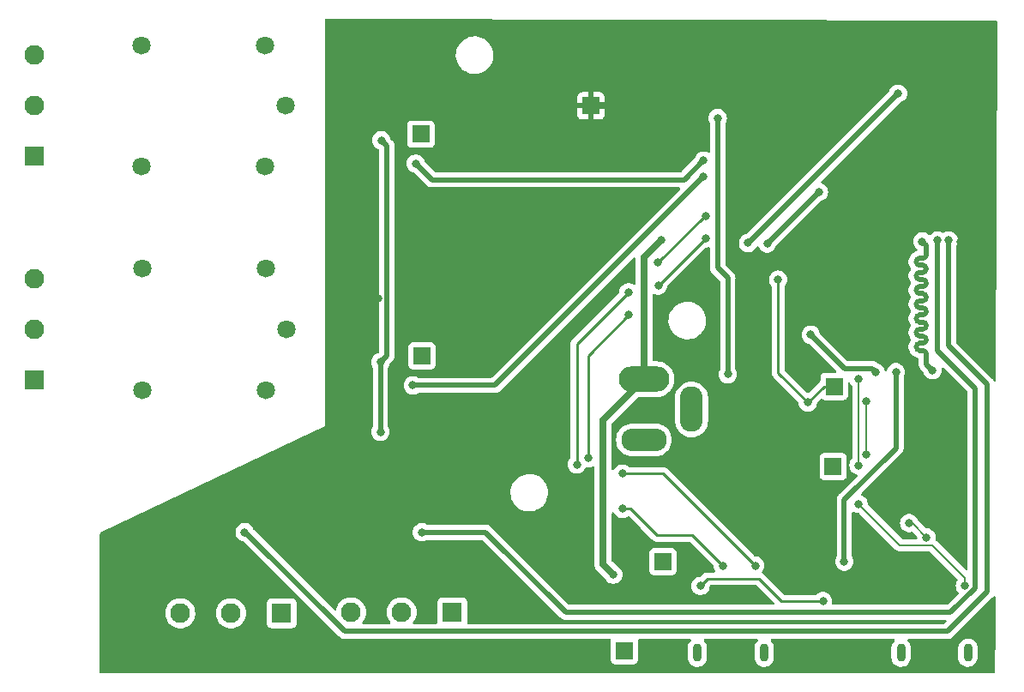
<source format=gbr>
%TF.GenerationSoftware,KiCad,Pcbnew,7.0.9*%
%TF.CreationDate,2024-04-07T16:06:57-05:00*%
%TF.ProjectId,Humidifier Subsystem,48756d69-6469-4666-9965-722053756273,rev?*%
%TF.SameCoordinates,Original*%
%TF.FileFunction,Copper,L2,Bot*%
%TF.FilePolarity,Positive*%
%FSLAX46Y46*%
G04 Gerber Fmt 4.6, Leading zero omitted, Abs format (unit mm)*
G04 Created by KiCad (PCBNEW 7.0.9) date 2024-04-07 16:06:57*
%MOMM*%
%LPD*%
G01*
G04 APERTURE LIST*
%TA.AperFunction,ComponentPad*%
%ADD10R,1.950000X1.950000*%
%TD*%
%TA.AperFunction,ComponentPad*%
%ADD11C,1.950000*%
%TD*%
%TA.AperFunction,ComponentPad*%
%ADD12R,1.700000X1.700000*%
%TD*%
%TA.AperFunction,ComponentPad*%
%ADD13C,1.808000*%
%TD*%
%TA.AperFunction,ComponentPad*%
%ADD14O,5.000000X2.500000*%
%TD*%
%TA.AperFunction,ComponentPad*%
%ADD15O,4.500000X2.250000*%
%TD*%
%TA.AperFunction,ComponentPad*%
%ADD16O,2.250000X4.500000*%
%TD*%
%TA.AperFunction,ComponentPad*%
%ADD17O,0.900000X1.800000*%
%TD*%
%TA.AperFunction,ViaPad*%
%ADD18C,0.800000*%
%TD*%
%TA.AperFunction,Conductor*%
%ADD19C,0.700000*%
%TD*%
%TA.AperFunction,Conductor*%
%ADD20C,0.500000*%
%TD*%
%TA.AperFunction,Conductor*%
%ADD21C,0.200000*%
%TD*%
%TA.AperFunction,Conductor*%
%ADD22C,0.250000*%
%TD*%
G04 APERTURE END LIST*
D10*
%TO.P,J4,1,Pin_1*%
%TO.N,+5V*%
X89400000Y-119400000D03*
D11*
%TO.P,J4,2,Pin_2*%
%TO.N,Net-(J4-Pin_2)*%
X84400000Y-119400000D03*
%TO.P,J4,3,Pin_3*%
%TO.N,GND*%
X79400000Y-119400000D03*
%TD*%
D12*
%TO.P,J25,1,Pin_1*%
%TO.N,DTR*%
X127000000Y-105000000D03*
%TD*%
D10*
%TO.P,J5,1,Pin_1*%
%TO.N,+5V*%
X72547500Y-119500000D03*
D11*
%TO.P,J5,2,Pin_2*%
%TO.N,Net-(J5-Pin_2)*%
X67547500Y-119500000D03*
%TO.P,J5,3,Pin_3*%
%TO.N,GND*%
X62547500Y-119500000D03*
%TD*%
D13*
%TO.P,K1,1,1*%
%TO.N,COM_Main*%
X73032651Y-91435000D03*
%TO.P,K1,2,2*%
%TO.N,+3.3V*%
X71032653Y-85435000D03*
%TO.P,K1,3,3*%
%TO.N,Fan_A*%
X58832653Y-85435000D03*
%TO.P,K1,4,4*%
%TO.N,Fan_B*%
X58832653Y-97434998D03*
%TO.P,K1,5,5*%
%TO.N,Net-(D10-K)*%
X71032653Y-97434998D03*
%TD*%
D14*
%TO.P,J1,1*%
%TO.N,+12V*%
X108325000Y-96375000D03*
D15*
%TO.P,J1,2*%
%TO.N,GND*%
X108325000Y-102375000D03*
D16*
%TO.P,J1,3*%
%TO.N,unconnected-(J1-Pad3)*%
X113025000Y-99375000D03*
%TD*%
D17*
%TO.P,J2,S5,SHIELD__4*%
%TO.N,GND*%
X133700000Y-123400000D03*
%TO.P,J2,S6,SHIELD__5*%
X140300000Y-123400000D03*
%TD*%
D12*
%TO.P,J14,1,Pin_1*%
%TO.N,Relay_Signal_ACDC*%
X86400000Y-94100000D03*
%TD*%
%TO.P,J8,1,Pin_1*%
%TO.N,GND*%
X110200000Y-114400000D03*
%TD*%
D17*
%TO.P,J3,S5,SHIELD__4*%
%TO.N,GND*%
X113600000Y-123400000D03*
%TO.P,J3,S6,SHIELD__5*%
X120200000Y-123400000D03*
%TD*%
D12*
%TO.P,J11,1,Pin_1*%
%TO.N,+5V*%
X106400000Y-123200000D03*
%TD*%
%TO.P,J24,1,Pin_1*%
%TO.N,RTS*%
X127100000Y-97100000D03*
%TD*%
D10*
%TO.P,J6,1,1*%
%TO.N,Fan_B*%
X48132654Y-96435001D03*
D11*
%TO.P,J6,2,2*%
%TO.N,COM_Main*%
X48132654Y-91435001D03*
%TO.P,J6,3,3*%
%TO.N,Fan_A*%
X48132654Y-86435001D03*
%TD*%
D10*
%TO.P,J7,1,1*%
%TO.N,Fan_B_DC*%
X48150002Y-74347500D03*
D11*
%TO.P,J7,2,2*%
%TO.N,COM_Main_DC*%
X48150002Y-69347500D03*
%TO.P,J7,3,3*%
%TO.N,Fan_A_DC*%
X48150002Y-64347500D03*
%TD*%
D13*
%TO.P,K2,1,1*%
%TO.N,COM_Main_DC*%
X72950000Y-69400000D03*
%TO.P,K2,2,2*%
%TO.N,+3.3V*%
X70950002Y-63400000D03*
%TO.P,K2,3,3*%
%TO.N,Fan_A_DC*%
X58750002Y-63400000D03*
%TO.P,K2,4,4*%
%TO.N,Fan_B_DC*%
X58750002Y-75399998D03*
%TO.P,K2,5,5*%
%TO.N,Net-(D12-K)*%
X70950002Y-75399998D03*
%TD*%
D12*
%TO.P,J15,1,Pin_1*%
%TO.N,Relay_Signal_DCDC*%
X86300000Y-72200000D03*
%TD*%
%TO.P,J12,1,Pin_1*%
%TO.N,+3.3V*%
X103100000Y-69400000D03*
%TD*%
D18*
%TO.N,+12V*%
X110000000Y-82700000D03*
X105300000Y-115700000D03*
%TO.N,GND*%
X82400000Y-72800000D03*
X82300000Y-94700000D03*
X82300000Y-101600000D03*
X131200000Y-95700000D03*
X124800000Y-92000000D03*
%TO.N,+3.3V*%
X79000000Y-63400000D03*
X127308500Y-91991500D03*
X82100000Y-88400000D03*
X82100000Y-66600000D03*
X79100000Y-85500000D03*
X109000000Y-69400000D03*
X139600000Y-82800000D03*
%TO.N,CHIP_PU*%
X116600000Y-95900000D03*
X115600000Y-70600000D03*
%TO.N,IO0*%
X135800000Y-82800000D03*
X136800000Y-95500000D03*
%TO.N,USB_DP*%
X140000000Y-116800000D03*
X129500000Y-104900000D03*
X129500000Y-96400000D03*
X129500000Y-108700000D03*
%TO.N,USB_DN*%
X136200000Y-112000000D03*
X130300000Y-98600000D03*
X130300000Y-103800000D03*
X134500000Y-110600000D03*
%TO.N,IO20*%
X106850000Y-90050000D03*
X114400000Y-82500000D03*
X109750000Y-87150000D03*
X106200000Y-105700000D03*
X119300000Y-114800000D03*
X102800000Y-104200000D03*
%TO.N,IO19*%
X101700000Y-104800000D03*
X116100000Y-114800000D03*
X106800000Y-87800000D03*
X114400000Y-80300000D03*
X109700000Y-84900000D03*
X106200000Y-109200000D03*
%TO.N,VBUS*%
X113900000Y-116800000D03*
X133200000Y-95700000D03*
X126000000Y-118300000D03*
X128100000Y-114400000D03*
%TO.N,U0RXD*%
X133400000Y-68200000D03*
X118600000Y-82950000D03*
%TO.N,U0TXD*%
X120500000Y-83000000D03*
X125600000Y-77900000D03*
%TO.N,RTS*%
X124500000Y-98700000D03*
X121561747Y-86563654D03*
%TO.N,Relay_Signal_ACDC*%
X85500000Y-97000000D03*
X114200000Y-76400000D03*
%TO.N,Net-(U1-IO35)*%
X86400000Y-111500000D03*
X137300000Y-82700000D03*
%TO.N,Net-(U1-IO36)*%
X138400000Y-82700000D03*
X68900000Y-111500000D03*
%TO.N,Relay_Signal_DCDC*%
X114200000Y-74800000D03*
X85800000Y-75100000D03*
%TD*%
D19*
%TO.N,+12V*%
X104300000Y-100400000D02*
X104300000Y-114700000D01*
X110000000Y-82700000D02*
X108325000Y-84375000D01*
X104300000Y-114700000D02*
X105300000Y-115700000D01*
X108325000Y-96375000D02*
X104300000Y-100400000D01*
X108325000Y-84375000D02*
X108325000Y-96375000D01*
D20*
%TO.N,GND*%
X82300000Y-94700000D02*
X82300000Y-101600000D01*
X82950000Y-73350000D02*
X82400000Y-72800000D01*
X131200000Y-95700000D02*
X130847918Y-95347918D01*
X82300000Y-94700000D02*
X82950000Y-94050000D01*
X128147918Y-95347918D02*
X124800000Y-92000000D01*
X130847918Y-95347918D02*
X128147918Y-95347918D01*
X82950000Y-94050000D02*
X82950000Y-73350000D01*
D19*
%TO.N,+3.3V*%
X109000000Y-69400000D02*
X103100000Y-69400000D01*
D20*
%TO.N,CHIP_PU*%
X116600000Y-95900000D02*
X116600000Y-86400000D01*
X115600000Y-85400000D02*
X115600000Y-70600000D01*
X116600000Y-86400000D02*
X115600000Y-85400000D01*
%TO.N,IO0*%
X135550000Y-92850000D02*
X135850000Y-92850000D01*
X135850000Y-93550000D02*
X135550000Y-93550000D01*
X136200000Y-94900000D02*
X136200000Y-93900000D01*
X136200000Y-84100000D02*
X136200000Y-83350000D01*
X135850000Y-92150000D02*
X135550000Y-92150000D01*
X135550000Y-91450000D02*
X135850000Y-91450000D01*
X135550000Y-88650000D02*
X135850000Y-88650000D01*
X135550000Y-84450000D02*
X135850000Y-84450000D01*
X135850000Y-89350000D02*
X135550000Y-89350000D01*
X136200000Y-83200000D02*
X135800000Y-82800000D01*
X135850000Y-85150000D02*
X135550000Y-85150000D01*
X136200000Y-83350000D02*
X136200000Y-83200000D01*
X135850000Y-90750000D02*
X135550000Y-90750000D01*
X135850000Y-86550000D02*
X135550000Y-86550000D01*
X135850000Y-87950000D02*
X135550000Y-87950000D01*
X135550000Y-90050000D02*
X135850000Y-90050000D01*
X136800000Y-95500000D02*
X136200000Y-94900000D01*
X135550000Y-85850000D02*
X135850000Y-85850000D01*
X135550000Y-87250000D02*
X135850000Y-87250000D01*
X135200000Y-91800000D02*
G75*
G03*
X135550000Y-92150000I350000J0D01*
G01*
X135550000Y-84450000D02*
G75*
G03*
X135200000Y-84800000I0J-350000D01*
G01*
X135850000Y-85850000D02*
G75*
G03*
X136200000Y-85500000I0J350000D01*
G01*
X135550000Y-92850000D02*
G75*
G03*
X135200000Y-93200000I0J-350000D01*
G01*
X135200000Y-90400000D02*
G75*
G03*
X135550000Y-90750000I350000J0D01*
G01*
X135200000Y-89000000D02*
G75*
G03*
X135550000Y-89350000I350000J0D01*
G01*
X135850000Y-91450000D02*
G75*
G03*
X136200000Y-91100000I0J350000D01*
G01*
X136200000Y-89700000D02*
G75*
G03*
X135850000Y-89350000I-350000J0D01*
G01*
X135200000Y-84800000D02*
G75*
G03*
X135550000Y-85150000I350000J0D01*
G01*
X135550000Y-91450000D02*
G75*
G03*
X135200000Y-91800000I0J-350000D01*
G01*
X136200000Y-88300000D02*
G75*
G03*
X135850000Y-87950000I-350000J0D01*
G01*
X135200000Y-87600000D02*
G75*
G03*
X135550000Y-87950000I350000J0D01*
G01*
X135200000Y-93200000D02*
G75*
G03*
X135550000Y-93550000I350000J0D01*
G01*
X136200000Y-93900000D02*
G75*
G03*
X135850000Y-93550000I-350000J0D01*
G01*
X135850000Y-90050000D02*
G75*
G03*
X136200000Y-89700000I0J350000D01*
G01*
X135550000Y-88650000D02*
G75*
G03*
X135200000Y-89000000I0J-350000D01*
G01*
X135850000Y-87250000D02*
G75*
G03*
X136200000Y-86900000I0J350000D01*
G01*
X135550000Y-90050000D02*
G75*
G03*
X135200000Y-90400000I0J-350000D01*
G01*
X135550000Y-85850000D02*
G75*
G03*
X135200000Y-86200000I0J-350000D01*
G01*
X135550000Y-87250000D02*
G75*
G03*
X135200000Y-87600000I0J-350000D01*
G01*
X136200000Y-91100000D02*
G75*
G03*
X135850000Y-90750000I-350000J0D01*
G01*
X135850000Y-92850000D02*
G75*
G03*
X136200000Y-92500000I0J350000D01*
G01*
X135200000Y-86200000D02*
G75*
G03*
X135550000Y-86550000I350000J0D01*
G01*
X135850000Y-84450000D02*
G75*
G03*
X136200000Y-84100000I0J350000D01*
G01*
X135850000Y-88650000D02*
G75*
G03*
X136200000Y-88300000I0J350000D01*
G01*
X136200000Y-86900000D02*
G75*
G03*
X135850000Y-86550000I-350000J0D01*
G01*
X136200000Y-92500000D02*
G75*
G03*
X135850000Y-92150000I-350000J0D01*
G01*
X136200000Y-85500000D02*
G75*
G03*
X135850000Y-85150000I-350000J0D01*
G01*
D21*
%TO.N,USB_DP*%
X136800000Y-112800000D02*
X136500000Y-112800000D01*
X140000000Y-116000000D02*
X140000000Y-116800000D01*
X137800000Y-113800000D02*
X140000000Y-116000000D01*
X137800000Y-113800000D02*
X136800000Y-112800000D01*
X129500000Y-96400000D02*
X129500000Y-104900000D01*
X129500000Y-108700000D02*
X133600000Y-112800000D01*
X133600000Y-112800000D02*
X136500000Y-112800000D01*
%TO.N,USB_DN*%
X130300000Y-98600000D02*
X130300000Y-103800000D01*
X134500000Y-110600000D02*
X134800000Y-110600000D01*
X134800000Y-110600000D02*
X136200000Y-112000000D01*
D22*
%TO.N,IO20*%
X102800000Y-94100000D02*
X106850000Y-90050000D01*
X119300000Y-114800000D02*
X110200000Y-105700000D01*
X109750000Y-87150000D02*
X114400000Y-82500000D01*
X102800000Y-104200000D02*
X102800000Y-94100000D01*
X110200000Y-105700000D02*
X106200000Y-105700000D01*
%TO.N,IO19*%
X113100000Y-111800000D02*
X116100000Y-114800000D01*
X107000000Y-109200000D02*
X109600000Y-111800000D01*
X109600000Y-111800000D02*
X113100000Y-111800000D01*
X106800000Y-87830000D02*
X101700000Y-92930000D01*
X106200000Y-109200000D02*
X107000000Y-109200000D01*
X101700000Y-92930000D02*
X101700000Y-104800000D01*
X114330000Y-80300000D02*
X109730000Y-84900000D01*
D20*
%TO.N,VBUS*%
X133200000Y-103200000D02*
X128100000Y-108300000D01*
D22*
X119700000Y-116100000D02*
X121900000Y-118300000D01*
X114600000Y-116100000D02*
X119700000Y-116100000D01*
X121900000Y-118300000D02*
X126000000Y-118300000D01*
X113900000Y-116800000D02*
X114600000Y-116100000D01*
D20*
X133200000Y-95700000D02*
X133200000Y-103200000D01*
X128100000Y-108300000D02*
X128100000Y-114400000D01*
%TO.N,U0RXD*%
X118600000Y-82950000D02*
X118650000Y-82950000D01*
X118650000Y-82950000D02*
X133400000Y-68200000D01*
%TO.N,U0TXD*%
X120500000Y-83000000D02*
X125600000Y-77900000D01*
D22*
%TO.N,RTS*%
X121561747Y-93961747D02*
X121561747Y-95761747D01*
X127100000Y-97100000D02*
X126100000Y-97100000D01*
X121561747Y-86563654D02*
X121561747Y-93961747D01*
X121561747Y-95761747D02*
X124500000Y-98700000D01*
X126100000Y-97100000D02*
X124500000Y-98700000D01*
D20*
%TO.N,Relay_Signal_ACDC*%
X93600000Y-97000000D02*
X85500000Y-97000000D01*
X114200000Y-76400000D02*
X93600000Y-97000000D01*
%TO.N,Net-(U1-IO35)*%
X139200000Y-95500000D02*
X141000000Y-97300000D01*
X92700000Y-111500000D02*
X86400000Y-111500000D01*
X141000000Y-117002082D02*
X138602082Y-119400000D01*
X141000000Y-97300000D02*
X141000000Y-116800000D01*
X137300000Y-93600000D02*
X139200000Y-95500000D01*
X141000000Y-116800000D02*
X141000000Y-117002082D01*
X138602082Y-119400000D02*
X100600000Y-119400000D01*
X100600000Y-119400000D02*
X92700000Y-111500000D01*
X137300000Y-82700000D02*
X137300000Y-93600000D01*
%TO.N,Net-(U1-IO36)*%
X142200000Y-117400000D02*
X138300000Y-121300000D01*
X69000000Y-111500000D02*
X68900000Y-111500000D01*
X138400000Y-82700000D02*
X138400000Y-93100000D01*
X78800000Y-121300000D02*
X69000000Y-111500000D01*
X142200000Y-96900000D02*
X142200000Y-117400000D01*
X138300000Y-121300000D02*
X78800000Y-121300000D01*
X138400000Y-93100000D02*
X142200000Y-96900000D01*
%TO.N,Relay_Signal_DCDC*%
X87400000Y-76700000D02*
X85800000Y-75100000D01*
X112300000Y-76700000D02*
X95600000Y-76700000D01*
X114200000Y-74800000D02*
X112300000Y-76700000D01*
X95600000Y-76700000D02*
X87400000Y-76700000D01*
%TD*%
%TA.AperFunction,Conductor*%
%TO.N,+3.3V*%
G36*
X143075989Y-60999626D02*
G01*
X143142968Y-61019512D01*
X143188564Y-61072454D01*
X143199614Y-61124010D01*
X143089834Y-96473360D01*
X143069942Y-96540338D01*
X143016996Y-96585929D01*
X142947807Y-96595657D01*
X142884342Y-96566435D01*
X142862236Y-96541116D01*
X142833028Y-96496708D01*
X142792712Y-96431345D01*
X142792711Y-96431344D01*
X142792710Y-96431342D01*
X142788234Y-96425682D01*
X142788281Y-96425644D01*
X142783519Y-96419799D01*
X142783474Y-96419838D01*
X142778834Y-96414308D01*
X142722964Y-96361596D01*
X139186819Y-92825451D01*
X139153334Y-92764128D01*
X139150500Y-92737770D01*
X139150500Y-83234321D01*
X139167113Y-83172321D01*
X139180811Y-83148595D01*
X139227179Y-83068284D01*
X139285674Y-82888256D01*
X139305460Y-82700000D01*
X139285674Y-82511744D01*
X139227179Y-82331716D01*
X139132533Y-82167784D01*
X139005871Y-82027112D01*
X138990369Y-82015849D01*
X138852734Y-81915851D01*
X138852729Y-81915848D01*
X138679807Y-81838857D01*
X138679802Y-81838855D01*
X138526059Y-81806177D01*
X138494646Y-81799500D01*
X138305354Y-81799500D01*
X138273941Y-81806177D01*
X138120197Y-81838855D01*
X138120192Y-81838857D01*
X137947270Y-81915848D01*
X137947265Y-81915851D01*
X137922885Y-81933565D01*
X137857079Y-81957045D01*
X137789025Y-81941219D01*
X137777115Y-81933565D01*
X137752734Y-81915851D01*
X137752729Y-81915848D01*
X137579807Y-81838857D01*
X137579802Y-81838855D01*
X137426059Y-81806177D01*
X137394646Y-81799500D01*
X137205354Y-81799500D01*
X137173941Y-81806177D01*
X137020197Y-81838855D01*
X137020192Y-81838857D01*
X136847270Y-81915848D01*
X136847265Y-81915851D01*
X136694129Y-82027111D01*
X136694128Y-82027112D01*
X136597128Y-82134841D01*
X136537642Y-82171489D01*
X136467785Y-82170158D01*
X136412828Y-82134839D01*
X136405869Y-82127110D01*
X136405864Y-82127106D01*
X136252734Y-82015851D01*
X136252729Y-82015848D01*
X136079807Y-81938857D01*
X136079802Y-81938855D01*
X135934001Y-81907865D01*
X135894646Y-81899500D01*
X135705354Y-81899500D01*
X135672897Y-81906398D01*
X135520197Y-81938855D01*
X135520192Y-81938857D01*
X135347270Y-82015848D01*
X135347265Y-82015851D01*
X135194129Y-82127111D01*
X135067466Y-82267785D01*
X134972821Y-82431715D01*
X134972818Y-82431722D01*
X134914327Y-82611740D01*
X134914326Y-82611744D01*
X134894540Y-82800000D01*
X134914326Y-82988256D01*
X134914327Y-82988259D01*
X134972818Y-83168277D01*
X134972821Y-83168284D01*
X135067467Y-83332216D01*
X135194129Y-83472888D01*
X135267270Y-83526028D01*
X135309936Y-83581358D01*
X135315915Y-83650971D01*
X135283309Y-83712766D01*
X135236796Y-83742868D01*
X135083134Y-83798797D01*
X135083127Y-83798800D01*
X134916369Y-83895078D01*
X134916366Y-83895080D01*
X134768855Y-84018855D01*
X134645080Y-84166366D01*
X134645078Y-84166369D01*
X134548800Y-84333127D01*
X134548797Y-84333134D01*
X134482937Y-84514082D01*
X134449500Y-84703716D01*
X134449500Y-84896283D01*
X134482937Y-85085917D01*
X134548797Y-85266865D01*
X134548800Y-85266872D01*
X134574990Y-85312234D01*
X134644261Y-85432216D01*
X134647601Y-85438000D01*
X134664074Y-85505900D01*
X134647601Y-85562000D01*
X134645079Y-85566367D01*
X134645079Y-85566368D01*
X134634102Y-85585379D01*
X134548800Y-85733127D01*
X134548797Y-85733134D01*
X134482937Y-85914082D01*
X134449500Y-86103716D01*
X134449500Y-86296283D01*
X134482937Y-86485917D01*
X134548797Y-86666865D01*
X134548800Y-86666872D01*
X134647601Y-86838000D01*
X134664074Y-86905900D01*
X134647601Y-86962000D01*
X134548800Y-87133127D01*
X134548797Y-87133134D01*
X134482937Y-87314082D01*
X134449500Y-87503716D01*
X134449500Y-87696283D01*
X134482937Y-87885917D01*
X134548797Y-88066865D01*
X134548800Y-88066872D01*
X134647601Y-88238000D01*
X134664074Y-88305900D01*
X134647601Y-88362000D01*
X134548800Y-88533127D01*
X134548797Y-88533134D01*
X134482937Y-88714082D01*
X134449500Y-88903716D01*
X134449500Y-89096283D01*
X134482937Y-89285917D01*
X134548797Y-89466865D01*
X134548800Y-89466872D01*
X134647601Y-89638000D01*
X134664074Y-89705900D01*
X134647601Y-89762000D01*
X134548800Y-89933127D01*
X134548797Y-89933134D01*
X134482937Y-90114082D01*
X134449500Y-90303716D01*
X134449500Y-90496283D01*
X134482937Y-90685917D01*
X134548797Y-90866865D01*
X134548800Y-90866872D01*
X134647601Y-91038000D01*
X134664074Y-91105900D01*
X134647601Y-91162000D01*
X134548800Y-91333127D01*
X134548797Y-91333134D01*
X134482937Y-91514082D01*
X134449500Y-91703716D01*
X134449500Y-91896283D01*
X134482937Y-92085917D01*
X134548797Y-92266865D01*
X134548800Y-92266872D01*
X134647601Y-92438000D01*
X134664074Y-92505900D01*
X134647601Y-92562000D01*
X134645079Y-92566367D01*
X134645079Y-92566368D01*
X134634102Y-92585379D01*
X134548800Y-92733127D01*
X134548797Y-92733134D01*
X134482937Y-92914082D01*
X134449500Y-93103716D01*
X134449500Y-93296283D01*
X134482937Y-93485917D01*
X134548797Y-93666865D01*
X134548800Y-93666872D01*
X134599571Y-93754809D01*
X134645079Y-93833632D01*
X134649463Y-93838857D01*
X134768855Y-93981144D01*
X134837904Y-94039082D01*
X134916368Y-94104921D01*
X135083132Y-94201202D01*
X135264082Y-94267062D01*
X135347032Y-94281688D01*
X135409635Y-94312714D01*
X135445525Y-94372661D01*
X135449500Y-94403804D01*
X135449500Y-94836294D01*
X135448191Y-94854263D01*
X135444710Y-94878025D01*
X135449264Y-94930064D01*
X135449500Y-94935470D01*
X135449500Y-94943709D01*
X135453306Y-94976274D01*
X135460000Y-95052791D01*
X135461461Y-95059867D01*
X135461403Y-95059878D01*
X135463034Y-95067237D01*
X135463092Y-95067224D01*
X135464757Y-95074250D01*
X135491025Y-95146424D01*
X135515185Y-95219331D01*
X135518236Y-95225874D01*
X135518182Y-95225898D01*
X135521470Y-95232688D01*
X135521521Y-95232663D01*
X135524761Y-95239113D01*
X135524762Y-95239114D01*
X135524763Y-95239117D01*
X135561826Y-95295469D01*
X135566965Y-95303283D01*
X135607287Y-95368655D01*
X135611766Y-95374319D01*
X135611719Y-95374356D01*
X135616482Y-95380202D01*
X135616528Y-95380164D01*
X135621173Y-95385700D01*
X135677019Y-95438387D01*
X135887228Y-95648596D01*
X135917478Y-95697958D01*
X135972819Y-95868280D01*
X135972821Y-95868284D01*
X136067467Y-96032216D01*
X136171870Y-96148167D01*
X136194129Y-96172888D01*
X136347265Y-96284148D01*
X136347270Y-96284151D01*
X136520192Y-96361142D01*
X136520197Y-96361144D01*
X136705354Y-96400500D01*
X136705355Y-96400500D01*
X136894644Y-96400500D01*
X136894646Y-96400500D01*
X137079803Y-96361144D01*
X137252730Y-96284151D01*
X137405871Y-96172888D01*
X137532533Y-96032216D01*
X137627179Y-95868284D01*
X137685674Y-95688256D01*
X137705460Y-95500000D01*
X137691186Y-95364195D01*
X137703755Y-95295469D01*
X137751487Y-95244445D01*
X137819227Y-95227327D01*
X137885469Y-95249549D01*
X137902188Y-95263556D01*
X138607288Y-95968656D01*
X139422617Y-96783985D01*
X140213181Y-97574548D01*
X140246666Y-97635871D01*
X140249500Y-97662229D01*
X140249500Y-115100903D01*
X140229815Y-115167942D01*
X140177011Y-115213697D01*
X140107853Y-115223641D01*
X140044297Y-115194616D01*
X140037819Y-115188584D01*
X137255328Y-112406093D01*
X137249974Y-112399988D01*
X137228284Y-112371720D01*
X137228282Y-112371719D01*
X137228282Y-112371718D01*
X137133566Y-112299040D01*
X137092363Y-112242612D01*
X137085731Y-112187707D01*
X137105460Y-112000000D01*
X137085674Y-111811744D01*
X137027179Y-111631716D01*
X136932533Y-111467784D01*
X136805871Y-111327112D01*
X136805870Y-111327111D01*
X136652734Y-111215851D01*
X136652729Y-111215848D01*
X136479807Y-111138857D01*
X136479802Y-111138855D01*
X136334001Y-111107865D01*
X136294646Y-111099500D01*
X136294645Y-111099500D01*
X136200097Y-111099500D01*
X136133058Y-111079815D01*
X136112416Y-111063181D01*
X135370478Y-110321243D01*
X135340229Y-110271881D01*
X135327179Y-110231716D01*
X135327178Y-110231714D01*
X135327177Y-110231711D01*
X135232534Y-110067785D01*
X135105870Y-109927111D01*
X134952734Y-109815851D01*
X134952729Y-109815848D01*
X134779807Y-109738857D01*
X134779802Y-109738855D01*
X134634001Y-109707865D01*
X134594646Y-109699500D01*
X134405354Y-109699500D01*
X134372897Y-109706398D01*
X134220197Y-109738855D01*
X134220192Y-109738857D01*
X134047270Y-109815848D01*
X134047265Y-109815851D01*
X133894129Y-109927111D01*
X133767466Y-110067785D01*
X133672821Y-110231715D01*
X133672818Y-110231722D01*
X133614327Y-110411740D01*
X133614326Y-110411744D01*
X133594540Y-110600000D01*
X133614326Y-110788256D01*
X133614327Y-110788259D01*
X133672818Y-110968277D01*
X133672821Y-110968284D01*
X133767467Y-111132216D01*
X133842770Y-111215848D01*
X133894129Y-111272888D01*
X134047265Y-111384148D01*
X134047270Y-111384151D01*
X134220192Y-111461142D01*
X134220197Y-111461144D01*
X134405354Y-111500500D01*
X134405355Y-111500500D01*
X134594644Y-111500500D01*
X134594646Y-111500500D01*
X134740428Y-111469513D01*
X134810092Y-111474829D01*
X134853887Y-111503122D01*
X135258221Y-111907456D01*
X135291706Y-111968779D01*
X135294540Y-111995137D01*
X135294540Y-111999998D01*
X135301113Y-112062539D01*
X135288543Y-112131269D01*
X135240811Y-112182292D01*
X135177792Y-112199500D01*
X133900097Y-112199500D01*
X133833058Y-112179815D01*
X133812416Y-112163181D01*
X130441779Y-108792544D01*
X130408294Y-108731221D01*
X130405460Y-108704863D01*
X130405460Y-108700002D01*
X130403388Y-108680288D01*
X130385674Y-108511744D01*
X130327179Y-108331716D01*
X130232533Y-108167784D01*
X130105871Y-108027112D01*
X130105870Y-108027111D01*
X129952734Y-107915851D01*
X129952732Y-107915850D01*
X129835788Y-107863782D01*
X129782552Y-107818531D01*
X129762231Y-107751682D01*
X129781277Y-107684458D01*
X129798540Y-107662826D01*
X133685638Y-103775727D01*
X133699267Y-103763950D01*
X133718530Y-103749610D01*
X133718532Y-103749606D01*
X133718534Y-103749606D01*
X133736663Y-103727999D01*
X133752113Y-103709585D01*
X133755767Y-103705599D01*
X133761589Y-103699778D01*
X133766060Y-103694124D01*
X133781927Y-103674055D01*
X133831302Y-103615214D01*
X133831304Y-103615209D01*
X133835272Y-103609179D01*
X133835323Y-103609212D01*
X133839369Y-103602860D01*
X133839317Y-103602828D01*
X133843109Y-103596679D01*
X133843111Y-103596677D01*
X133875569Y-103527069D01*
X133910040Y-103458433D01*
X133910043Y-103458417D01*
X133912510Y-103451644D01*
X133912568Y-103451665D01*
X133915043Y-103444546D01*
X133914985Y-103444527D01*
X133917256Y-103437672D01*
X133932784Y-103362467D01*
X133939673Y-103333401D01*
X133950500Y-103287721D01*
X133950500Y-103287720D01*
X133951339Y-103280548D01*
X133951397Y-103280554D01*
X133952164Y-103273056D01*
X133952104Y-103273051D01*
X133952733Y-103265860D01*
X133950500Y-103189103D01*
X133950500Y-96234321D01*
X133967113Y-96172321D01*
X133981056Y-96148171D01*
X134027179Y-96068284D01*
X134085674Y-95888256D01*
X134105460Y-95700000D01*
X134085674Y-95511744D01*
X134027179Y-95331716D01*
X133932533Y-95167784D01*
X133805871Y-95027112D01*
X133765641Y-94997883D01*
X133652734Y-94915851D01*
X133652729Y-94915848D01*
X133479807Y-94838857D01*
X133479802Y-94838855D01*
X133334001Y-94807865D01*
X133294646Y-94799500D01*
X133105354Y-94799500D01*
X133072897Y-94806398D01*
X132920197Y-94838855D01*
X132920192Y-94838857D01*
X132747270Y-94915848D01*
X132747265Y-94915851D01*
X132594129Y-95027111D01*
X132467466Y-95167785D01*
X132372821Y-95331715D01*
X132372818Y-95331722D01*
X132317931Y-95500648D01*
X132278493Y-95558324D01*
X132214135Y-95585522D01*
X132145288Y-95573607D01*
X132093813Y-95526363D01*
X132082069Y-95500648D01*
X132027181Y-95331722D01*
X132027180Y-95331721D01*
X132027179Y-95331716D01*
X131932533Y-95167784D01*
X131805871Y-95027112D01*
X131765641Y-94997883D01*
X131652734Y-94915851D01*
X131652729Y-94915848D01*
X131479807Y-94838857D01*
X131479802Y-94838855D01*
X131414970Y-94825075D01*
X131361062Y-94798789D01*
X131359825Y-94797751D01*
X131357510Y-94795809D01*
X131353518Y-94792150D01*
X131347699Y-94786331D01*
X131347695Y-94786327D01*
X131321958Y-94765977D01*
X131263132Y-94716616D01*
X131263131Y-94716615D01*
X131263127Y-94716612D01*
X131257098Y-94712647D01*
X131257130Y-94712598D01*
X131250771Y-94708546D01*
X131250740Y-94708597D01*
X131244598Y-94704809D01*
X131244596Y-94704808D01*
X131244595Y-94704807D01*
X131205392Y-94686526D01*
X131174976Y-94672342D01*
X131131332Y-94650424D01*
X131106351Y-94637878D01*
X131106349Y-94637877D01*
X131106348Y-94637877D01*
X131099563Y-94635407D01*
X131099583Y-94635351D01*
X131092467Y-94632877D01*
X131092449Y-94632933D01*
X131085589Y-94630660D01*
X131055754Y-94624500D01*
X131010352Y-94615125D01*
X130961390Y-94603521D01*
X130935637Y-94597417D01*
X130928465Y-94596579D01*
X130928471Y-94596519D01*
X130920973Y-94595753D01*
X130920968Y-94595813D01*
X130913778Y-94595183D01*
X130837001Y-94597418D01*
X128510148Y-94597418D01*
X128443109Y-94577733D01*
X128422467Y-94561099D01*
X125712770Y-91851402D01*
X125682521Y-91802041D01*
X125647738Y-91694992D01*
X125627181Y-91631721D01*
X125627178Y-91631715D01*
X125532533Y-91467784D01*
X125405871Y-91327112D01*
X125403914Y-91325690D01*
X125252734Y-91215851D01*
X125252729Y-91215848D01*
X125079807Y-91138857D01*
X125079802Y-91138855D01*
X124924756Y-91105900D01*
X124894646Y-91099500D01*
X124705354Y-91099500D01*
X124675244Y-91105900D01*
X124520197Y-91138855D01*
X124520192Y-91138857D01*
X124347270Y-91215848D01*
X124347265Y-91215851D01*
X124194129Y-91327111D01*
X124067466Y-91467785D01*
X123972821Y-91631715D01*
X123972818Y-91631722D01*
X123918142Y-91800000D01*
X123914326Y-91811744D01*
X123894540Y-92000000D01*
X123914326Y-92188256D01*
X123914327Y-92188259D01*
X123972818Y-92368277D01*
X123972821Y-92368284D01*
X124067467Y-92532216D01*
X124177585Y-92654514D01*
X124194129Y-92672888D01*
X124347265Y-92784148D01*
X124347270Y-92784151D01*
X124520191Y-92861142D01*
X124520193Y-92861142D01*
X124520197Y-92861144D01*
X124585329Y-92874987D01*
X124646809Y-92908178D01*
X124647228Y-92908596D01*
X127276451Y-95537819D01*
X127309936Y-95599142D01*
X127304952Y-95668834D01*
X127263080Y-95724767D01*
X127197616Y-95749184D01*
X127188770Y-95749500D01*
X126202129Y-95749500D01*
X126202123Y-95749501D01*
X126142516Y-95755908D01*
X126007671Y-95806202D01*
X126007664Y-95806206D01*
X125892455Y-95892452D01*
X125892452Y-95892455D01*
X125806206Y-96007664D01*
X125806202Y-96007671D01*
X125755908Y-96142517D01*
X125749501Y-96202116D01*
X125749500Y-96202135D01*
X125749500Y-96514547D01*
X125729815Y-96581586D01*
X125713178Y-96602231D01*
X125699412Y-96615996D01*
X125684625Y-96628626D01*
X125668413Y-96640405D01*
X125668411Y-96640407D01*
X125638710Y-96676309D01*
X125634777Y-96680631D01*
X124587681Y-97727728D01*
X124526358Y-97761213D01*
X124456666Y-97756229D01*
X124412319Y-97727728D01*
X122223566Y-95538975D01*
X122190081Y-95477652D01*
X122187247Y-95451294D01*
X122187247Y-87262341D01*
X122206932Y-87195302D01*
X122219097Y-87179369D01*
X122237638Y-87158776D01*
X122294280Y-87095870D01*
X122388926Y-86931938D01*
X122447421Y-86751910D01*
X122467207Y-86563654D01*
X122447421Y-86375398D01*
X122388926Y-86195370D01*
X122294280Y-86031438D01*
X122167618Y-85890766D01*
X122167617Y-85890765D01*
X122014481Y-85779505D01*
X122014476Y-85779502D01*
X121841554Y-85702511D01*
X121841549Y-85702509D01*
X121674322Y-85666965D01*
X121656393Y-85663154D01*
X121467101Y-85663154D01*
X121449172Y-85666965D01*
X121281944Y-85702509D01*
X121281939Y-85702511D01*
X121109017Y-85779502D01*
X121109012Y-85779505D01*
X120955876Y-85890765D01*
X120829213Y-86031439D01*
X120734568Y-86195369D01*
X120734565Y-86195376D01*
X120678725Y-86367235D01*
X120676073Y-86375398D01*
X120656287Y-86563654D01*
X120676073Y-86751910D01*
X120676074Y-86751913D01*
X120734565Y-86931931D01*
X120734568Y-86931938D01*
X120829214Y-87095870D01*
X120857344Y-87127111D01*
X120904397Y-87179369D01*
X120934627Y-87242360D01*
X120936247Y-87262341D01*
X120936247Y-95679002D01*
X120934522Y-95694619D01*
X120934808Y-95694646D01*
X120934073Y-95702412D01*
X120936247Y-95771561D01*
X120936247Y-95801090D01*
X120936248Y-95801107D01*
X120937115Y-95807978D01*
X120937573Y-95813797D01*
X120939037Y-95860371D01*
X120939038Y-95860374D01*
X120944627Y-95879614D01*
X120948571Y-95898658D01*
X120951083Y-95918538D01*
X120968237Y-95961866D01*
X120970129Y-95967394D01*
X120983128Y-96012135D01*
X120993327Y-96029381D01*
X121001885Y-96046850D01*
X121009261Y-96065479D01*
X121036645Y-96103170D01*
X121039853Y-96108054D01*
X121063574Y-96148163D01*
X121063580Y-96148171D01*
X121077737Y-96162327D01*
X121090375Y-96177123D01*
X121102152Y-96193333D01*
X121102153Y-96193334D01*
X121138056Y-96223035D01*
X121142367Y-96226957D01*
X122967826Y-98052417D01*
X123561038Y-98645629D01*
X123594523Y-98706952D01*
X123596678Y-98720348D01*
X123603816Y-98788256D01*
X123614326Y-98888256D01*
X123614327Y-98888259D01*
X123672818Y-99068277D01*
X123672821Y-99068284D01*
X123767467Y-99232216D01*
X123807602Y-99276790D01*
X123894129Y-99372888D01*
X124047265Y-99484148D01*
X124047270Y-99484151D01*
X124220192Y-99561142D01*
X124220197Y-99561144D01*
X124405354Y-99600500D01*
X124405355Y-99600500D01*
X124594644Y-99600500D01*
X124594646Y-99600500D01*
X124779803Y-99561144D01*
X124952730Y-99484151D01*
X125105871Y-99372888D01*
X125232533Y-99232216D01*
X125327179Y-99068284D01*
X125385674Y-98888256D01*
X125403321Y-98720345D01*
X125429905Y-98655732D01*
X125438952Y-98645636D01*
X125750477Y-98334111D01*
X125811798Y-98300628D01*
X125881490Y-98305612D01*
X125912467Y-98322528D01*
X126007664Y-98393793D01*
X126007671Y-98393797D01*
X126142517Y-98444091D01*
X126142516Y-98444091D01*
X126149444Y-98444835D01*
X126202127Y-98450500D01*
X127997872Y-98450499D01*
X128057483Y-98444091D01*
X128192331Y-98393796D01*
X128307546Y-98307546D01*
X128393796Y-98192331D01*
X128444091Y-98057483D01*
X128450500Y-97997873D01*
X128450499Y-96845983D01*
X128470184Y-96778946D01*
X128522987Y-96733191D01*
X128592146Y-96723247D01*
X128655702Y-96752272D01*
X128681885Y-96783984D01*
X128767467Y-96932216D01*
X128867650Y-97043480D01*
X128897880Y-97106471D01*
X128899500Y-97126452D01*
X128899500Y-104173547D01*
X128879815Y-104240586D01*
X128867650Y-104256519D01*
X128767466Y-104367785D01*
X128672821Y-104531715D01*
X128672818Y-104531722D01*
X128630767Y-104661144D01*
X128614326Y-104711744D01*
X128600966Y-104838856D01*
X128597820Y-104868792D01*
X128585979Y-104897569D01*
X128593476Y-104909234D01*
X128597819Y-104931205D01*
X128614326Y-105088256D01*
X128614327Y-105088259D01*
X128672818Y-105268277D01*
X128672821Y-105268284D01*
X128767467Y-105432216D01*
X128839075Y-105511744D01*
X128894129Y-105572888D01*
X129047265Y-105684148D01*
X129047270Y-105684151D01*
X129220192Y-105761142D01*
X129220197Y-105761144D01*
X129291467Y-105776293D01*
X129352949Y-105809485D01*
X129386725Y-105870648D01*
X129382073Y-105940363D01*
X129353367Y-105985264D01*
X127614358Y-107724272D01*
X127600729Y-107736051D01*
X127581468Y-107750390D01*
X127547898Y-107790397D01*
X127544253Y-107794376D01*
X127538409Y-107800222D01*
X127518059Y-107825959D01*
X127468695Y-107884789D01*
X127464729Y-107890819D01*
X127464682Y-107890788D01*
X127460630Y-107897147D01*
X127460679Y-107897177D01*
X127456889Y-107903321D01*
X127424424Y-107972941D01*
X127389960Y-108041566D01*
X127387488Y-108048357D01*
X127387432Y-108048336D01*
X127384960Y-108055450D01*
X127385015Y-108055469D01*
X127382742Y-108062327D01*
X127374975Y-108099946D01*
X127367207Y-108137565D01*
X127360045Y-108167785D01*
X127349498Y-108212286D01*
X127348661Y-108219454D01*
X127348601Y-108219447D01*
X127347835Y-108226945D01*
X127347895Y-108226951D01*
X127347265Y-108234140D01*
X127349500Y-108310916D01*
X127349500Y-113865677D01*
X127332887Y-113927677D01*
X127272821Y-114031714D01*
X127214327Y-114211740D01*
X127214326Y-114211744D01*
X127194540Y-114400000D01*
X127214326Y-114588256D01*
X127214327Y-114588259D01*
X127272818Y-114768277D01*
X127272821Y-114768284D01*
X127367467Y-114932216D01*
X127452911Y-115027111D01*
X127494129Y-115072888D01*
X127647265Y-115184148D01*
X127647270Y-115184151D01*
X127820192Y-115261142D01*
X127820197Y-115261144D01*
X128005354Y-115300500D01*
X128005355Y-115300500D01*
X128194644Y-115300500D01*
X128194646Y-115300500D01*
X128379803Y-115261144D01*
X128552730Y-115184151D01*
X128705871Y-115072888D01*
X128832533Y-114932216D01*
X128927179Y-114768284D01*
X128985674Y-114588256D01*
X129005460Y-114400000D01*
X128985674Y-114211744D01*
X128927179Y-114031716D01*
X128927178Y-114031714D01*
X128867113Y-113927677D01*
X128850500Y-113865677D01*
X128850500Y-109584553D01*
X128870185Y-109517514D01*
X128922989Y-109471759D01*
X128992147Y-109461815D01*
X129041167Y-109481711D01*
X129041637Y-109480899D01*
X129047270Y-109484151D01*
X129220192Y-109561142D01*
X129220197Y-109561144D01*
X129405354Y-109600500D01*
X129499903Y-109600500D01*
X129566942Y-109620185D01*
X129587584Y-109636819D01*
X133144669Y-113193904D01*
X133150020Y-113200005D01*
X133171718Y-113228282D01*
X133297159Y-113324536D01*
X133443238Y-113385044D01*
X133521619Y-113395363D01*
X133599999Y-113405682D01*
X133600000Y-113405682D01*
X133635329Y-113401030D01*
X133643428Y-113400500D01*
X136460639Y-113400500D01*
X136499903Y-113400500D01*
X136566942Y-113420185D01*
X136587584Y-113436819D01*
X139256156Y-116105391D01*
X139289641Y-116166714D01*
X139284657Y-116236406D01*
X139268799Y-116265950D01*
X139267466Y-116267784D01*
X139172821Y-116431715D01*
X139172818Y-116431722D01*
X139130767Y-116561144D01*
X139114326Y-116611744D01*
X139094540Y-116800000D01*
X139114326Y-116988256D01*
X139114327Y-116988259D01*
X139172818Y-117168277D01*
X139172821Y-117168284D01*
X139267467Y-117332216D01*
X139318670Y-117389082D01*
X139350308Y-117424220D01*
X139380538Y-117487211D01*
X139371913Y-117556547D01*
X139345839Y-117594873D01*
X138327533Y-118613181D01*
X138266210Y-118646666D01*
X138239852Y-118649500D01*
X127003954Y-118649500D01*
X126936915Y-118629815D01*
X126891160Y-118577011D01*
X126881216Y-118507853D01*
X126884617Y-118493227D01*
X126885672Y-118488261D01*
X126885674Y-118488256D01*
X126905460Y-118300000D01*
X126885674Y-118111744D01*
X126827179Y-117931716D01*
X126732533Y-117767784D01*
X126605871Y-117627112D01*
X126605870Y-117627111D01*
X126452734Y-117515851D01*
X126452729Y-117515848D01*
X126279807Y-117438857D01*
X126279802Y-117438855D01*
X126134001Y-117407865D01*
X126094646Y-117399500D01*
X125905354Y-117399500D01*
X125872897Y-117406398D01*
X125720197Y-117438855D01*
X125720192Y-117438857D01*
X125547270Y-117515848D01*
X125547265Y-117515851D01*
X125394130Y-117627110D01*
X125394126Y-117627114D01*
X125388400Y-117633474D01*
X125328913Y-117670121D01*
X125296252Y-117674500D01*
X122210452Y-117674500D01*
X122143413Y-117654815D01*
X122122771Y-117638181D01*
X120200803Y-115716212D01*
X120190980Y-115703950D01*
X120190759Y-115704134D01*
X120185786Y-115698123D01*
X120167158Y-115680630D01*
X120135364Y-115650773D01*
X120124919Y-115640328D01*
X120114475Y-115629883D01*
X120108986Y-115625625D01*
X120104561Y-115621847D01*
X120070582Y-115589938D01*
X120070580Y-115589936D01*
X120070577Y-115589935D01*
X120053029Y-115580288D01*
X120036763Y-115569604D01*
X120014772Y-115552546D01*
X120016696Y-115550064D01*
X119978930Y-115509576D01*
X119966461Y-115440828D01*
X119993140Y-115376252D01*
X119997577Y-115371038D01*
X120032533Y-115332216D01*
X120127179Y-115168284D01*
X120185674Y-114988256D01*
X120205460Y-114800000D01*
X120185674Y-114611744D01*
X120127179Y-114431716D01*
X120032533Y-114267784D01*
X119905871Y-114127112D01*
X119905870Y-114127111D01*
X119752734Y-114015851D01*
X119752729Y-114015848D01*
X119579807Y-113938857D01*
X119579802Y-113938855D01*
X119434001Y-113907865D01*
X119394646Y-113899500D01*
X119394645Y-113899500D01*
X119335453Y-113899500D01*
X119268414Y-113879815D01*
X119247772Y-113863181D01*
X111282461Y-105897870D01*
X125649500Y-105897870D01*
X125649501Y-105897876D01*
X125655908Y-105957483D01*
X125706202Y-106092328D01*
X125706206Y-106092335D01*
X125792452Y-106207544D01*
X125792455Y-106207547D01*
X125907664Y-106293793D01*
X125907671Y-106293797D01*
X126042517Y-106344091D01*
X126042516Y-106344091D01*
X126049444Y-106344835D01*
X126102127Y-106350500D01*
X127897872Y-106350499D01*
X127957483Y-106344091D01*
X128092331Y-106293796D01*
X128207546Y-106207546D01*
X128293796Y-106092331D01*
X128344091Y-105957483D01*
X128350500Y-105897873D01*
X128350499Y-104944167D01*
X128363491Y-104899920D01*
X128352522Y-104878137D01*
X128350499Y-104855830D01*
X128350499Y-104102129D01*
X128350498Y-104102123D01*
X128350497Y-104102116D01*
X128344091Y-104042517D01*
X128300529Y-103925722D01*
X128293797Y-103907671D01*
X128293793Y-103907664D01*
X128207547Y-103792455D01*
X128207544Y-103792452D01*
X128092335Y-103706206D01*
X128092328Y-103706202D01*
X127957482Y-103655908D01*
X127957483Y-103655908D01*
X127897883Y-103649501D01*
X127897881Y-103649500D01*
X127897873Y-103649500D01*
X127897864Y-103649500D01*
X126102129Y-103649500D01*
X126102123Y-103649501D01*
X126042516Y-103655908D01*
X125907671Y-103706202D01*
X125907664Y-103706206D01*
X125792455Y-103792452D01*
X125792452Y-103792455D01*
X125706206Y-103907664D01*
X125706202Y-103907671D01*
X125655908Y-104042517D01*
X125649501Y-104102116D01*
X125649501Y-104102123D01*
X125649500Y-104102135D01*
X125649500Y-105897870D01*
X111282461Y-105897870D01*
X110700803Y-105316212D01*
X110690980Y-105303950D01*
X110690759Y-105304134D01*
X110685786Y-105298123D01*
X110682002Y-105294570D01*
X110635364Y-105250773D01*
X110624919Y-105240328D01*
X110614475Y-105229883D01*
X110608986Y-105225625D01*
X110604561Y-105221847D01*
X110570582Y-105189938D01*
X110570580Y-105189936D01*
X110570577Y-105189935D01*
X110553029Y-105180288D01*
X110536763Y-105169604D01*
X110535069Y-105168290D01*
X110520936Y-105157327D01*
X110520935Y-105157326D01*
X110520933Y-105157325D01*
X110478168Y-105138818D01*
X110472922Y-105136248D01*
X110432093Y-105113803D01*
X110432092Y-105113802D01*
X110412693Y-105108822D01*
X110394281Y-105102518D01*
X110375898Y-105094562D01*
X110375892Y-105094560D01*
X110329874Y-105087272D01*
X110324152Y-105086087D01*
X110279021Y-105074500D01*
X110279019Y-105074500D01*
X110258984Y-105074500D01*
X110239586Y-105072973D01*
X110232162Y-105071797D01*
X110219805Y-105069840D01*
X110219804Y-105069840D01*
X110173416Y-105074225D01*
X110167578Y-105074500D01*
X106903748Y-105074500D01*
X106836709Y-105054815D01*
X106811600Y-105033474D01*
X106805873Y-105027114D01*
X106805869Y-105027110D01*
X106652734Y-104915851D01*
X106652729Y-104915848D01*
X106479807Y-104838857D01*
X106479802Y-104838855D01*
X106334001Y-104807865D01*
X106294646Y-104799500D01*
X106105354Y-104799500D01*
X106072897Y-104806398D01*
X105920197Y-104838855D01*
X105920192Y-104838857D01*
X105747270Y-104915848D01*
X105747265Y-104915851D01*
X105594129Y-105027111D01*
X105467466Y-105167785D01*
X105381887Y-105316013D01*
X105331320Y-105364228D01*
X105262713Y-105377452D01*
X105197848Y-105351484D01*
X105157320Y-105294570D01*
X105150500Y-105254013D01*
X105150500Y-102375000D01*
X105569474Y-102375000D01*
X105589547Y-102630064D01*
X105649279Y-102878864D01*
X105747188Y-103115239D01*
X105747190Y-103115242D01*
X105880875Y-103333396D01*
X105880878Y-103333401D01*
X105905703Y-103362467D01*
X106047044Y-103527956D01*
X106149206Y-103615210D01*
X106241598Y-103694121D01*
X106241600Y-103694122D01*
X106241601Y-103694123D01*
X106414374Y-103799998D01*
X106459757Y-103827809D01*
X106459760Y-103827811D01*
X106652544Y-103907664D01*
X106696140Y-103925722D01*
X106944930Y-103985452D01*
X107072401Y-103995484D01*
X107136135Y-104000500D01*
X107136137Y-104000500D01*
X109513865Y-104000500D01*
X109568493Y-103996200D01*
X109705070Y-103985452D01*
X109953860Y-103925722D01*
X110072051Y-103876765D01*
X110190239Y-103827811D01*
X110190240Y-103827810D01*
X110190243Y-103827809D01*
X110408399Y-103694123D01*
X110602956Y-103527956D01*
X110769123Y-103333399D01*
X110902809Y-103115243D01*
X111000722Y-102878860D01*
X111060452Y-102630070D01*
X111080526Y-102375000D01*
X111060452Y-102119930D01*
X111000722Y-101871140D01*
X110966392Y-101788259D01*
X110902811Y-101634760D01*
X110902809Y-101634757D01*
X110769124Y-101416603D01*
X110769121Y-101416598D01*
X110618499Y-101240243D01*
X110602956Y-101222044D01*
X110458776Y-101098903D01*
X110408401Y-101055878D01*
X110408396Y-101055875D01*
X110190242Y-100922190D01*
X110190239Y-100922188D01*
X109953864Y-100824279D01*
X109867939Y-100803650D01*
X109705070Y-100764548D01*
X109705068Y-100764547D01*
X109705065Y-100764547D01*
X109513865Y-100749500D01*
X109513863Y-100749500D01*
X107136137Y-100749500D01*
X107136135Y-100749500D01*
X106944934Y-100764547D01*
X106696135Y-100824279D01*
X106459760Y-100922188D01*
X106459757Y-100922190D01*
X106241603Y-101055875D01*
X106241598Y-101055878D01*
X106047044Y-101222044D01*
X105880878Y-101416598D01*
X105880875Y-101416603D01*
X105747190Y-101634757D01*
X105747188Y-101634760D01*
X105649279Y-101871135D01*
X105649278Y-101871140D01*
X105591824Y-102110452D01*
X105589547Y-102119935D01*
X105569474Y-102375000D01*
X105150500Y-102375000D01*
X105150500Y-100803650D01*
X105170185Y-100736611D01*
X105186819Y-100715969D01*
X105338923Y-100563865D01*
X111399500Y-100563865D01*
X111414547Y-100755065D01*
X111414547Y-100755068D01*
X111414548Y-100755070D01*
X111426211Y-100803650D01*
X111474279Y-101003864D01*
X111572188Y-101240239D01*
X111572190Y-101240242D01*
X111705875Y-101458396D01*
X111705878Y-101458401D01*
X111781200Y-101546591D01*
X111872044Y-101652956D01*
X111996579Y-101759319D01*
X112066598Y-101819121D01*
X112066603Y-101819124D01*
X112284757Y-101952809D01*
X112284760Y-101952811D01*
X112521135Y-102050720D01*
X112521140Y-102050722D01*
X112769930Y-102110452D01*
X113025000Y-102130526D01*
X113280070Y-102110452D01*
X113528860Y-102050722D01*
X113647051Y-102001765D01*
X113765239Y-101952811D01*
X113765240Y-101952810D01*
X113765243Y-101952809D01*
X113983399Y-101819123D01*
X114177956Y-101652956D01*
X114344123Y-101458399D01*
X114477809Y-101240243D01*
X114485348Y-101222044D01*
X114536354Y-101098903D01*
X114575722Y-101003860D01*
X114635452Y-100755070D01*
X114650500Y-100563863D01*
X114650500Y-98186137D01*
X114635452Y-97994930D01*
X114575722Y-97746140D01*
X114572705Y-97738856D01*
X114477811Y-97509760D01*
X114477809Y-97509757D01*
X114344124Y-97291603D01*
X114344121Y-97291598D01*
X114255858Y-97188256D01*
X114177956Y-97097044D01*
X114037864Y-96977394D01*
X113983401Y-96930878D01*
X113983396Y-96930875D01*
X113765242Y-96797190D01*
X113765239Y-96797188D01*
X113528864Y-96699279D01*
X113465852Y-96684151D01*
X113280070Y-96639548D01*
X113280067Y-96639547D01*
X113280064Y-96639547D01*
X113025000Y-96619474D01*
X112769935Y-96639547D01*
X112769931Y-96639547D01*
X112769930Y-96639548D01*
X112711500Y-96653576D01*
X112521135Y-96699279D01*
X112284760Y-96797188D01*
X112284757Y-96797190D01*
X112066603Y-96930875D01*
X112066598Y-96930878D01*
X111872044Y-97097044D01*
X111705878Y-97291598D01*
X111705875Y-97291603D01*
X111572190Y-97509757D01*
X111572188Y-97509760D01*
X111474279Y-97746135D01*
X111414547Y-97994934D01*
X111399500Y-98186135D01*
X111399500Y-100563865D01*
X105338923Y-100563865D01*
X107740969Y-98161819D01*
X107802292Y-98128334D01*
X107828650Y-98125500D01*
X109640500Y-98125500D01*
X109836620Y-98110803D01*
X109836622Y-98110802D01*
X109836630Y-98110802D01*
X110092416Y-98052420D01*
X110336643Y-97956568D01*
X110563857Y-97825386D01*
X110768981Y-97661805D01*
X110947433Y-97469479D01*
X111095228Y-97252704D01*
X111209063Y-97016323D01*
X111286396Y-96765615D01*
X111325500Y-96506182D01*
X111325500Y-96243818D01*
X111286396Y-95984385D01*
X111209063Y-95733677D01*
X111168090Y-95648596D01*
X111095232Y-95497303D01*
X111095231Y-95497302D01*
X111095230Y-95497301D01*
X111095228Y-95497296D01*
X110947433Y-95280521D01*
X110918695Y-95249549D01*
X110768985Y-95088198D01*
X110655733Y-94997883D01*
X110563857Y-94924614D01*
X110336643Y-94793432D01*
X110092416Y-94697580D01*
X110092411Y-94697578D01*
X110092402Y-94697576D01*
X109874818Y-94647914D01*
X109836630Y-94639198D01*
X109836629Y-94639197D01*
X109836625Y-94639197D01*
X109836620Y-94639196D01*
X109640500Y-94624500D01*
X109640494Y-94624500D01*
X109299500Y-94624500D01*
X109232461Y-94604815D01*
X109186706Y-94552011D01*
X109175500Y-94500500D01*
X109175500Y-90667763D01*
X110745787Y-90667763D01*
X110775413Y-90937013D01*
X110775415Y-90937024D01*
X110843926Y-91199082D01*
X110843928Y-91199088D01*
X110949870Y-91448390D01*
X111021998Y-91566575D01*
X111090979Y-91679605D01*
X111090986Y-91679615D01*
X111264253Y-91887819D01*
X111264259Y-91887824D01*
X111465998Y-92068582D01*
X111691910Y-92218044D01*
X111937176Y-92333020D01*
X111937183Y-92333022D01*
X111937185Y-92333023D01*
X112196557Y-92411057D01*
X112196564Y-92411058D01*
X112196569Y-92411060D01*
X112464561Y-92450500D01*
X112464566Y-92450500D01*
X112667636Y-92450500D01*
X112719133Y-92446730D01*
X112870156Y-92435677D01*
X112982758Y-92410593D01*
X113134546Y-92376782D01*
X113134548Y-92376781D01*
X113134553Y-92376780D01*
X113387558Y-92280014D01*
X113623777Y-92147441D01*
X113838177Y-91981888D01*
X114026186Y-91786881D01*
X114183799Y-91566579D01*
X114257787Y-91422669D01*
X114307649Y-91325690D01*
X114307651Y-91325684D01*
X114307656Y-91325675D01*
X114395118Y-91069305D01*
X114444319Y-90802933D01*
X114454212Y-90532235D01*
X114424586Y-90262982D01*
X114356072Y-90000912D01*
X114250130Y-89751610D01*
X114109018Y-89520390D01*
X114064477Y-89466868D01*
X113935746Y-89312180D01*
X113935740Y-89312175D01*
X113734002Y-89131418D01*
X113508092Y-88981957D01*
X113508090Y-88981956D01*
X113262824Y-88866980D01*
X113262819Y-88866978D01*
X113262814Y-88866976D01*
X113003442Y-88788942D01*
X113003428Y-88788939D01*
X112887791Y-88771921D01*
X112735439Y-88749500D01*
X112532369Y-88749500D01*
X112532364Y-88749500D01*
X112329844Y-88764323D01*
X112329831Y-88764325D01*
X112065453Y-88823217D01*
X112065446Y-88823220D01*
X111812439Y-88919987D01*
X111576226Y-89052557D01*
X111576224Y-89052558D01*
X111576223Y-89052559D01*
X111519601Y-89096281D01*
X111361822Y-89218112D01*
X111173822Y-89413109D01*
X111173816Y-89413116D01*
X111016202Y-89633419D01*
X111016199Y-89633424D01*
X110892350Y-89874309D01*
X110892343Y-89874327D01*
X110804884Y-90130685D01*
X110804881Y-90130699D01*
X110755681Y-90397068D01*
X110755680Y-90397075D01*
X110745787Y-90667763D01*
X109175500Y-90667763D01*
X109175500Y-88070878D01*
X109195185Y-88003839D01*
X109247989Y-87958084D01*
X109317147Y-87948140D01*
X109349929Y-87957596D01*
X109470197Y-88011144D01*
X109655354Y-88050500D01*
X109655355Y-88050500D01*
X109844644Y-88050500D01*
X109844646Y-88050500D01*
X110029803Y-88011144D01*
X110202730Y-87934151D01*
X110355871Y-87822888D01*
X110482533Y-87682216D01*
X110577179Y-87518284D01*
X110635674Y-87338256D01*
X110653321Y-87170345D01*
X110679905Y-87105732D01*
X110688952Y-87095636D01*
X114347772Y-83436819D01*
X114409095Y-83403334D01*
X114435453Y-83400500D01*
X114494644Y-83400500D01*
X114494646Y-83400500D01*
X114679803Y-83361144D01*
X114679805Y-83361142D01*
X114685987Y-83359135D01*
X114686816Y-83361687D01*
X114744262Y-83353961D01*
X114807551Y-83383562D01*
X114844790Y-83442681D01*
X114849500Y-83476533D01*
X114849500Y-85336294D01*
X114848191Y-85354263D01*
X114844710Y-85378025D01*
X114849264Y-85430064D01*
X114849500Y-85435470D01*
X114849500Y-85443709D01*
X114853306Y-85476274D01*
X114860000Y-85552791D01*
X114861461Y-85559867D01*
X114861403Y-85559878D01*
X114863034Y-85567237D01*
X114863092Y-85567224D01*
X114864757Y-85574250D01*
X114891025Y-85646424D01*
X114915185Y-85719331D01*
X114918236Y-85725874D01*
X114918182Y-85725898D01*
X114921470Y-85732688D01*
X114921521Y-85732663D01*
X114924761Y-85739113D01*
X114924762Y-85739114D01*
X114924763Y-85739117D01*
X114951324Y-85779502D01*
X114966965Y-85803283D01*
X115007287Y-85868655D01*
X115011766Y-85874319D01*
X115011719Y-85874355D01*
X115016483Y-85880202D01*
X115016529Y-85880164D01*
X115021167Y-85885692D01*
X115021170Y-85885696D01*
X115021173Y-85885698D01*
X115021174Y-85885700D01*
X115077019Y-85938386D01*
X115813181Y-86674548D01*
X115846666Y-86735871D01*
X115849500Y-86762229D01*
X115849500Y-95365677D01*
X115832887Y-95427677D01*
X115772821Y-95531714D01*
X115714327Y-95711740D01*
X115714326Y-95711744D01*
X115694540Y-95900000D01*
X115714326Y-96088256D01*
X115714327Y-96088259D01*
X115772818Y-96268277D01*
X115772821Y-96268284D01*
X115867467Y-96432216D01*
X115983320Y-96560883D01*
X115994129Y-96572888D01*
X116147265Y-96684148D01*
X116147270Y-96684151D01*
X116320192Y-96761142D01*
X116320197Y-96761144D01*
X116505354Y-96800500D01*
X116505355Y-96800500D01*
X116694644Y-96800500D01*
X116694646Y-96800500D01*
X116879803Y-96761144D01*
X117052730Y-96684151D01*
X117205871Y-96572888D01*
X117332533Y-96432216D01*
X117427179Y-96268284D01*
X117485674Y-96088256D01*
X117505460Y-95900000D01*
X117485674Y-95711744D01*
X117427179Y-95531716D01*
X117427178Y-95531714D01*
X117367113Y-95427677D01*
X117350500Y-95365677D01*
X117350500Y-86463705D01*
X117351809Y-86445735D01*
X117352129Y-86443547D01*
X117355289Y-86421977D01*
X117350735Y-86369931D01*
X117350500Y-86364528D01*
X117350500Y-86356297D01*
X117350500Y-86356291D01*
X117346693Y-86323724D01*
X117344672Y-86300619D01*
X117339999Y-86247201D01*
X117338539Y-86240129D01*
X117338597Y-86240116D01*
X117336965Y-86232757D01*
X117336906Y-86232772D01*
X117335242Y-86225753D01*
X117335241Y-86225745D01*
X117308974Y-86153576D01*
X117284814Y-86080666D01*
X117284809Y-86080659D01*
X117281760Y-86074118D01*
X117281815Y-86074091D01*
X117278533Y-86067313D01*
X117278480Y-86067340D01*
X117275235Y-86060880D01*
X117233028Y-85996708D01*
X117213495Y-85965040D01*
X117192712Y-85931345D01*
X117192711Y-85931344D01*
X117192710Y-85931342D01*
X117188234Y-85925682D01*
X117188281Y-85925644D01*
X117183519Y-85919799D01*
X117183474Y-85919838D01*
X117178834Y-85914309D01*
X117178832Y-85914307D01*
X117178830Y-85914304D01*
X117142644Y-85880164D01*
X117122965Y-85861597D01*
X116386819Y-85125451D01*
X116353334Y-85064128D01*
X116350500Y-85037770D01*
X116350500Y-82950000D01*
X117694540Y-82950000D01*
X117714326Y-83138256D01*
X117714327Y-83138259D01*
X117772818Y-83318277D01*
X117772821Y-83318284D01*
X117867467Y-83482216D01*
X117956735Y-83581358D01*
X117994129Y-83622888D01*
X118147265Y-83734148D01*
X118147270Y-83734151D01*
X118320192Y-83811142D01*
X118320197Y-83811144D01*
X118505354Y-83850500D01*
X118505355Y-83850500D01*
X118694644Y-83850500D01*
X118694646Y-83850500D01*
X118879803Y-83811144D01*
X119052730Y-83734151D01*
X119205871Y-83622888D01*
X119332533Y-83482216D01*
X119364081Y-83427572D01*
X119427177Y-83318288D01*
X119428399Y-83315543D01*
X119429532Y-83314209D01*
X119430429Y-83312656D01*
X119430712Y-83312819D01*
X119473642Y-83262299D01*
X119540488Y-83241969D01*
X119607715Y-83261005D01*
X119653977Y-83313365D01*
X119659616Y-83327644D01*
X119672819Y-83368280D01*
X119672821Y-83368284D01*
X119767467Y-83532216D01*
X119811715Y-83581358D01*
X119894129Y-83672888D01*
X120047265Y-83784148D01*
X120047270Y-83784151D01*
X120220192Y-83861142D01*
X120220197Y-83861144D01*
X120405354Y-83900500D01*
X120405355Y-83900500D01*
X120594644Y-83900500D01*
X120594646Y-83900500D01*
X120779803Y-83861144D01*
X120952730Y-83784151D01*
X121105871Y-83672888D01*
X121232533Y-83532216D01*
X121327179Y-83368284D01*
X121382522Y-83197955D01*
X121412769Y-83148597D01*
X125752770Y-78808595D01*
X125814091Y-78775112D01*
X125814427Y-78775039D01*
X125879803Y-78761144D01*
X126052730Y-78684151D01*
X126205871Y-78572888D01*
X126332533Y-78432216D01*
X126427179Y-78268284D01*
X126485674Y-78088256D01*
X126505460Y-77900000D01*
X126485674Y-77711744D01*
X126427179Y-77531716D01*
X126332533Y-77367784D01*
X126205871Y-77227112D01*
X126205870Y-77227111D01*
X126052734Y-77115851D01*
X126052729Y-77115848D01*
X125879802Y-77038855D01*
X125878045Y-77038284D01*
X125877159Y-77037678D01*
X125873866Y-77036212D01*
X125874134Y-77035609D01*
X125820373Y-76998842D01*
X125793180Y-76934481D01*
X125805100Y-76865636D01*
X125828689Y-76832678D01*
X133552771Y-69108595D01*
X133614092Y-69075112D01*
X133614448Y-69075034D01*
X133679803Y-69061144D01*
X133852730Y-68984151D01*
X134005871Y-68872888D01*
X134132533Y-68732216D01*
X134227179Y-68568284D01*
X134285674Y-68388256D01*
X134305460Y-68200000D01*
X134285674Y-68011744D01*
X134227179Y-67831716D01*
X134132533Y-67667784D01*
X134005871Y-67527112D01*
X134005870Y-67527111D01*
X133852734Y-67415851D01*
X133852729Y-67415848D01*
X133679807Y-67338857D01*
X133679802Y-67338855D01*
X133534001Y-67307865D01*
X133494646Y-67299500D01*
X133305354Y-67299500D01*
X133272897Y-67306398D01*
X133120197Y-67338855D01*
X133120192Y-67338857D01*
X132947270Y-67415848D01*
X132947265Y-67415851D01*
X132794129Y-67527111D01*
X132667466Y-67667785D01*
X132572821Y-67831715D01*
X132572819Y-67831719D01*
X132517479Y-68002039D01*
X132487229Y-68051401D01*
X118510725Y-82027905D01*
X118449402Y-82061390D01*
X118448826Y-82061514D01*
X118320196Y-82088856D01*
X118320192Y-82088857D01*
X118147270Y-82165848D01*
X118147265Y-82165851D01*
X117994129Y-82277111D01*
X117867466Y-82417785D01*
X117772821Y-82581715D01*
X117772818Y-82581722D01*
X117714327Y-82761740D01*
X117714326Y-82761744D01*
X117694540Y-82950000D01*
X116350500Y-82950000D01*
X116350500Y-71134321D01*
X116367113Y-71072321D01*
X116427179Y-70968284D01*
X116485674Y-70788256D01*
X116505460Y-70600000D01*
X116485674Y-70411744D01*
X116427179Y-70231716D01*
X116332533Y-70067784D01*
X116205871Y-69927112D01*
X116205870Y-69927111D01*
X116052734Y-69815851D01*
X116052729Y-69815848D01*
X115879807Y-69738857D01*
X115879802Y-69738855D01*
X115734001Y-69707865D01*
X115694646Y-69699500D01*
X115505354Y-69699500D01*
X115472897Y-69706398D01*
X115320197Y-69738855D01*
X115320192Y-69738857D01*
X115147270Y-69815848D01*
X115147265Y-69815851D01*
X114994129Y-69927111D01*
X114867466Y-70067785D01*
X114772821Y-70231715D01*
X114772818Y-70231722D01*
X114731990Y-70357379D01*
X114714326Y-70411744D01*
X114694540Y-70600000D01*
X114714326Y-70788256D01*
X114714327Y-70788259D01*
X114772818Y-70968277D01*
X114772821Y-70968284D01*
X114832887Y-71072321D01*
X114849500Y-71134321D01*
X114849500Y-73915446D01*
X114829815Y-73982485D01*
X114777011Y-74028240D01*
X114707853Y-74038184D01*
X114658831Y-74018290D01*
X114658363Y-74019101D01*
X114652729Y-74015848D01*
X114479807Y-73938857D01*
X114479802Y-73938855D01*
X114334001Y-73907865D01*
X114294646Y-73899500D01*
X114105354Y-73899500D01*
X114072897Y-73906398D01*
X113920197Y-73938855D01*
X113920192Y-73938857D01*
X113747270Y-74015848D01*
X113747265Y-74015851D01*
X113594129Y-74127111D01*
X113467466Y-74267785D01*
X113372821Y-74431715D01*
X113372819Y-74431719D01*
X113317478Y-74602041D01*
X113287228Y-74651403D01*
X112025451Y-75913181D01*
X111964128Y-75946666D01*
X111937770Y-75949500D01*
X87762229Y-75949500D01*
X87695190Y-75929815D01*
X87674548Y-75913181D01*
X86712770Y-74951402D01*
X86682521Y-74902041D01*
X86627179Y-74731716D01*
X86532533Y-74567784D01*
X86405871Y-74427112D01*
X86405870Y-74427111D01*
X86252734Y-74315851D01*
X86252729Y-74315848D01*
X86079807Y-74238857D01*
X86079802Y-74238855D01*
X85934001Y-74207865D01*
X85894646Y-74199500D01*
X85705354Y-74199500D01*
X85672897Y-74206398D01*
X85520197Y-74238855D01*
X85520192Y-74238857D01*
X85347270Y-74315848D01*
X85347265Y-74315851D01*
X85194129Y-74427111D01*
X85067466Y-74567785D01*
X84972821Y-74731715D01*
X84972818Y-74731722D01*
X84917479Y-74902039D01*
X84914326Y-74911744D01*
X84894540Y-75100000D01*
X84914326Y-75288256D01*
X84914327Y-75288259D01*
X84972818Y-75468277D01*
X84972821Y-75468284D01*
X85067467Y-75632216D01*
X85152912Y-75727112D01*
X85194129Y-75772888D01*
X85347265Y-75884148D01*
X85347270Y-75884151D01*
X85520191Y-75961142D01*
X85520194Y-75961142D01*
X85520197Y-75961144D01*
X85554221Y-75968375D01*
X85585329Y-75974988D01*
X85646811Y-76008180D01*
X85647230Y-76008597D01*
X86824267Y-77185634D01*
X86836048Y-77199266D01*
X86850390Y-77218530D01*
X86890420Y-77252119D01*
X86894392Y-77255759D01*
X86899774Y-77261141D01*
X86900224Y-77261591D01*
X86900227Y-77261594D01*
X86925947Y-77281931D01*
X86984788Y-77331304D01*
X86990818Y-77335270D01*
X86990785Y-77335319D01*
X86997147Y-77339372D01*
X86997179Y-77339321D01*
X87003319Y-77343108D01*
X87003323Y-77343111D01*
X87038132Y-77359343D01*
X87072941Y-77375575D01*
X87141565Y-77410039D01*
X87141567Y-77410040D01*
X87141569Y-77410040D01*
X87148357Y-77412511D01*
X87148336Y-77412567D01*
X87155455Y-77415042D01*
X87155474Y-77414986D01*
X87162329Y-77417258D01*
X87237562Y-77432791D01*
X87312279Y-77450500D01*
X87312289Y-77450500D01*
X87319452Y-77451338D01*
X87319444Y-77451397D01*
X87326945Y-77452164D01*
X87326951Y-77452105D01*
X87334140Y-77452734D01*
X87334144Y-77452733D01*
X87334145Y-77452734D01*
X87410918Y-77450500D01*
X95512279Y-77450500D01*
X111788771Y-77450500D01*
X111855810Y-77470185D01*
X111901565Y-77522989D01*
X111911509Y-77592147D01*
X111882484Y-77655703D01*
X111876452Y-77662180D01*
X102599777Y-86938855D01*
X93325451Y-96213181D01*
X93264128Y-96246666D01*
X93237770Y-96249500D01*
X86039337Y-96249500D01*
X85972298Y-96229815D01*
X85966452Y-96225818D01*
X85952734Y-96215851D01*
X85952729Y-96215848D01*
X85779807Y-96138857D01*
X85779802Y-96138855D01*
X85611912Y-96103170D01*
X85594646Y-96099500D01*
X85405354Y-96099500D01*
X85388088Y-96103170D01*
X85220197Y-96138855D01*
X85220192Y-96138857D01*
X85047270Y-96215848D01*
X85047265Y-96215851D01*
X84894129Y-96327111D01*
X84767466Y-96467785D01*
X84672821Y-96631715D01*
X84672818Y-96631722D01*
X84617979Y-96800500D01*
X84614326Y-96811744D01*
X84594540Y-97000000D01*
X84614326Y-97188256D01*
X84614327Y-97188259D01*
X84672818Y-97368277D01*
X84672821Y-97368284D01*
X84767467Y-97532216D01*
X84817945Y-97588277D01*
X84894129Y-97672888D01*
X85047265Y-97784148D01*
X85047270Y-97784151D01*
X85220192Y-97861142D01*
X85220197Y-97861144D01*
X85405354Y-97900500D01*
X85405355Y-97900500D01*
X85594644Y-97900500D01*
X85594646Y-97900500D01*
X85779803Y-97861144D01*
X85952730Y-97784151D01*
X85954776Y-97782664D01*
X85966452Y-97774182D01*
X86032258Y-97750702D01*
X86039337Y-97750500D01*
X93536295Y-97750500D01*
X93554265Y-97751809D01*
X93578023Y-97755289D01*
X93630068Y-97750735D01*
X93635470Y-97750500D01*
X93643704Y-97750500D01*
X93643709Y-97750500D01*
X93655327Y-97749141D01*
X93676276Y-97746693D01*
X93689028Y-97745577D01*
X93752797Y-97739999D01*
X93752805Y-97739996D01*
X93759866Y-97738539D01*
X93759878Y-97738598D01*
X93767243Y-97736965D01*
X93767229Y-97736906D01*
X93774246Y-97735241D01*
X93774255Y-97735241D01*
X93846423Y-97708974D01*
X93919334Y-97684814D01*
X93919343Y-97684807D01*
X93925882Y-97681760D01*
X93925908Y-97681816D01*
X93932690Y-97678532D01*
X93932663Y-97678478D01*
X93939106Y-97675240D01*
X93939117Y-97675237D01*
X94003283Y-97633034D01*
X94068656Y-97592712D01*
X94068662Y-97592705D01*
X94074325Y-97588229D01*
X94074363Y-97588277D01*
X94080200Y-97583522D01*
X94080161Y-97583475D01*
X94085696Y-97578830D01*
X94138385Y-97522982D01*
X107262819Y-84398548D01*
X107324142Y-84365063D01*
X107393834Y-84370047D01*
X107449767Y-84411919D01*
X107474184Y-84477383D01*
X107474500Y-84486229D01*
X107474500Y-86933610D01*
X107454815Y-87000649D01*
X107402011Y-87046404D01*
X107332853Y-87056348D01*
X107277616Y-87033929D01*
X107252733Y-87015850D01*
X107252729Y-87015848D01*
X107079807Y-86938857D01*
X107079802Y-86938855D01*
X106924756Y-86905900D01*
X106894646Y-86899500D01*
X106705354Y-86899500D01*
X106675244Y-86905900D01*
X106520197Y-86938855D01*
X106520192Y-86938857D01*
X106347270Y-87015848D01*
X106347265Y-87015851D01*
X106194129Y-87127111D01*
X106067466Y-87267785D01*
X105972821Y-87431715D01*
X105972818Y-87431722D01*
X105918142Y-87600000D01*
X105914326Y-87611744D01*
X105905441Y-87696281D01*
X105893861Y-87806463D01*
X105892538Y-87806323D01*
X105874855Y-87866545D01*
X105858221Y-87887187D01*
X101316208Y-92429199D01*
X101303951Y-92439020D01*
X101304134Y-92439241D01*
X101298123Y-92444213D01*
X101250772Y-92494636D01*
X101229889Y-92515519D01*
X101229877Y-92515532D01*
X101225621Y-92521017D01*
X101221837Y-92525447D01*
X101189937Y-92559418D01*
X101189936Y-92559420D01*
X101180284Y-92576976D01*
X101169610Y-92593226D01*
X101157329Y-92609061D01*
X101157324Y-92609068D01*
X101138815Y-92651838D01*
X101136245Y-92657084D01*
X101113803Y-92697906D01*
X101108822Y-92717307D01*
X101102521Y-92735710D01*
X101094562Y-92754102D01*
X101094561Y-92754105D01*
X101087271Y-92800127D01*
X101086087Y-92805846D01*
X101074501Y-92850972D01*
X101074500Y-92850982D01*
X101074500Y-92871016D01*
X101072973Y-92890415D01*
X101069840Y-92910194D01*
X101069840Y-92910195D01*
X101074225Y-92956583D01*
X101074500Y-92962421D01*
X101074500Y-104101312D01*
X101054815Y-104168351D01*
X101042650Y-104184284D01*
X100967466Y-104267784D01*
X100872821Y-104431715D01*
X100872818Y-104431722D01*
X100814327Y-104611740D01*
X100814326Y-104611744D01*
X100794540Y-104800000D01*
X100814326Y-104988256D01*
X100814327Y-104988259D01*
X100872818Y-105168277D01*
X100872821Y-105168284D01*
X100967467Y-105332216D01*
X100996291Y-105364228D01*
X101094129Y-105472888D01*
X101247265Y-105584148D01*
X101247270Y-105584151D01*
X101420192Y-105661142D01*
X101420197Y-105661144D01*
X101605354Y-105700500D01*
X101605355Y-105700500D01*
X101794644Y-105700500D01*
X101794646Y-105700500D01*
X101979803Y-105661144D01*
X102152730Y-105584151D01*
X102305871Y-105472888D01*
X102432533Y-105332216D01*
X102527179Y-105168284D01*
X102527182Y-105168272D01*
X102529311Y-105163493D01*
X102574562Y-105110256D01*
X102641411Y-105089935D01*
X102668369Y-105092638D01*
X102705354Y-105100500D01*
X102705355Y-105100500D01*
X102894644Y-105100500D01*
X102894646Y-105100500D01*
X103079803Y-105061144D01*
X103252730Y-104984151D01*
X103252733Y-104984148D01*
X103258363Y-104980899D01*
X103258978Y-104981964D01*
X103318419Y-104960755D01*
X103386473Y-104976580D01*
X103435169Y-105026685D01*
X103449500Y-105084553D01*
X103449500Y-114662911D01*
X103449295Y-114667945D01*
X103444798Y-114723163D01*
X103455729Y-114803392D01*
X103464486Y-114883913D01*
X103464710Y-114884930D01*
X103469525Y-114905473D01*
X103469773Y-114906470D01*
X103479231Y-114932214D01*
X103497700Y-114982486D01*
X103512736Y-115027111D01*
X103523557Y-115059223D01*
X103524001Y-115060185D01*
X103533146Y-115079266D01*
X103533564Y-115080109D01*
X103577184Y-115148353D01*
X103618930Y-115217736D01*
X103619538Y-115218536D01*
X103632578Y-115235216D01*
X103633201Y-115235991D01*
X103690458Y-115293248D01*
X103746149Y-115352040D01*
X103746950Y-115352720D01*
X103764118Y-115366907D01*
X104471282Y-116074070D01*
X104490988Y-116099751D01*
X104567465Y-116232214D01*
X104694129Y-116372888D01*
X104847265Y-116484148D01*
X104847270Y-116484151D01*
X105020192Y-116561142D01*
X105020197Y-116561144D01*
X105205354Y-116600500D01*
X105205355Y-116600500D01*
X105394644Y-116600500D01*
X105394646Y-116600500D01*
X105579803Y-116561144D01*
X105752730Y-116484151D01*
X105905871Y-116372888D01*
X106032533Y-116232216D01*
X106127179Y-116068284D01*
X106185674Y-115888256D01*
X106205460Y-115700000D01*
X106185674Y-115511744D01*
X106127548Y-115332853D01*
X106127181Y-115331722D01*
X106127180Y-115331721D01*
X106127179Y-115331716D01*
X106107638Y-115297870D01*
X108849500Y-115297870D01*
X108849501Y-115297876D01*
X108855908Y-115357483D01*
X108906202Y-115492328D01*
X108906206Y-115492335D01*
X108992452Y-115607544D01*
X108992455Y-115607547D01*
X109107664Y-115693793D01*
X109107671Y-115693797D01*
X109242517Y-115744091D01*
X109242516Y-115744091D01*
X109249444Y-115744835D01*
X109302127Y-115750500D01*
X111097872Y-115750499D01*
X111157483Y-115744091D01*
X111292331Y-115693796D01*
X111407546Y-115607546D01*
X111493796Y-115492331D01*
X111544091Y-115357483D01*
X111550500Y-115297873D01*
X111550499Y-113502128D01*
X111544091Y-113442517D01*
X111530352Y-113405682D01*
X111493797Y-113307671D01*
X111493793Y-113307664D01*
X111407547Y-113192455D01*
X111407544Y-113192452D01*
X111292335Y-113106206D01*
X111292328Y-113106202D01*
X111157482Y-113055908D01*
X111157483Y-113055908D01*
X111097883Y-113049501D01*
X111097881Y-113049500D01*
X111097873Y-113049500D01*
X111097864Y-113049500D01*
X109302129Y-113049500D01*
X109302123Y-113049501D01*
X109242516Y-113055908D01*
X109107671Y-113106202D01*
X109107664Y-113106206D01*
X108992455Y-113192452D01*
X108992452Y-113192455D01*
X108906206Y-113307664D01*
X108906202Y-113307671D01*
X108855908Y-113442517D01*
X108849501Y-113502116D01*
X108849501Y-113502123D01*
X108849500Y-113502135D01*
X108849500Y-115297870D01*
X106107638Y-115297870D01*
X106032533Y-115167784D01*
X105905871Y-115027112D01*
X105905870Y-115027111D01*
X105752734Y-114915851D01*
X105752732Y-114915850D01*
X105752730Y-114915849D01*
X105712269Y-114897834D01*
X105675026Y-114872237D01*
X105186819Y-114384030D01*
X105153334Y-114322707D01*
X105150500Y-114296349D01*
X105150500Y-109645986D01*
X105170185Y-109578947D01*
X105222989Y-109533192D01*
X105292147Y-109523248D01*
X105355703Y-109552273D01*
X105381887Y-109583987D01*
X105467463Y-109732211D01*
X105467465Y-109732214D01*
X105594129Y-109872888D01*
X105747265Y-109984148D01*
X105747270Y-109984151D01*
X105920192Y-110061142D01*
X105920197Y-110061144D01*
X106105354Y-110100500D01*
X106105355Y-110100500D01*
X106294644Y-110100500D01*
X106294646Y-110100500D01*
X106479803Y-110061144D01*
X106652730Y-109984151D01*
X106710012Y-109942533D01*
X106775818Y-109919052D01*
X106843872Y-109934877D01*
X106870578Y-109955168D01*
X107995224Y-111079815D01*
X109099197Y-112183788D01*
X109109022Y-112196051D01*
X109109243Y-112195869D01*
X109114214Y-112201878D01*
X109140217Y-112226295D01*
X109164635Y-112249226D01*
X109185529Y-112270120D01*
X109191011Y-112274373D01*
X109195443Y-112278157D01*
X109229418Y-112310062D01*
X109246976Y-112319714D01*
X109263235Y-112330395D01*
X109279064Y-112342673D01*
X109321838Y-112361182D01*
X109327056Y-112363738D01*
X109367908Y-112386197D01*
X109387316Y-112391180D01*
X109405717Y-112397480D01*
X109424104Y-112405437D01*
X109467488Y-112412308D01*
X109470119Y-112412725D01*
X109475839Y-112413909D01*
X109520981Y-112425500D01*
X109541016Y-112425500D01*
X109560414Y-112427026D01*
X109580194Y-112430159D01*
X109580195Y-112430160D01*
X109580195Y-112430159D01*
X109580196Y-112430160D01*
X109626584Y-112425775D01*
X109632422Y-112425500D01*
X112789548Y-112425500D01*
X112856587Y-112445185D01*
X112877229Y-112461819D01*
X115161038Y-114745628D01*
X115194523Y-114806951D01*
X115196678Y-114820347D01*
X115202132Y-114872237D01*
X115214326Y-114988256D01*
X115214327Y-114988259D01*
X115272818Y-115168277D01*
X115272820Y-115168281D01*
X115272821Y-115168284D01*
X115326434Y-115261144D01*
X115342228Y-115288501D01*
X115358700Y-115356401D01*
X115335847Y-115422428D01*
X115280925Y-115465618D01*
X115234840Y-115474500D01*
X114682737Y-115474500D01*
X114667120Y-115472776D01*
X114667093Y-115473062D01*
X114659331Y-115472327D01*
X114590203Y-115474500D01*
X114560650Y-115474500D01*
X114559929Y-115474590D01*
X114553757Y-115475369D01*
X114547945Y-115475826D01*
X114501372Y-115477290D01*
X114501369Y-115477291D01*
X114482126Y-115482881D01*
X114463083Y-115486825D01*
X114443204Y-115489336D01*
X114443203Y-115489337D01*
X114399878Y-115506490D01*
X114394352Y-115508382D01*
X114349608Y-115521383D01*
X114349604Y-115521385D01*
X114332365Y-115531580D01*
X114314898Y-115540137D01*
X114296269Y-115547512D01*
X114296267Y-115547513D01*
X114258564Y-115574906D01*
X114253682Y-115578112D01*
X114213580Y-115601828D01*
X114199408Y-115616000D01*
X114184623Y-115628628D01*
X114168412Y-115640407D01*
X114138709Y-115676310D01*
X114134777Y-115680630D01*
X114099196Y-115716212D01*
X113952226Y-115863182D01*
X113890906Y-115896666D01*
X113864547Y-115899500D01*
X113805354Y-115899500D01*
X113772897Y-115906398D01*
X113620197Y-115938855D01*
X113620192Y-115938857D01*
X113447270Y-116015848D01*
X113447265Y-116015851D01*
X113294129Y-116127111D01*
X113167466Y-116267785D01*
X113072821Y-116431715D01*
X113072818Y-116431722D01*
X113030767Y-116561144D01*
X113014326Y-116611744D01*
X112994540Y-116800000D01*
X113014326Y-116988256D01*
X113014327Y-116988259D01*
X113072818Y-117168277D01*
X113072821Y-117168284D01*
X113167467Y-117332216D01*
X113263487Y-117438857D01*
X113294129Y-117472888D01*
X113447265Y-117584148D01*
X113447270Y-117584151D01*
X113620192Y-117661142D01*
X113620197Y-117661144D01*
X113805354Y-117700500D01*
X113805355Y-117700500D01*
X113994644Y-117700500D01*
X113994646Y-117700500D01*
X114179803Y-117661144D01*
X114352730Y-117584151D01*
X114505871Y-117472888D01*
X114632533Y-117332216D01*
X114727179Y-117168284D01*
X114785674Y-116988256D01*
X114801619Y-116836536D01*
X114828203Y-116771924D01*
X114885501Y-116731939D01*
X114924940Y-116725500D01*
X119389548Y-116725500D01*
X119456587Y-116745185D01*
X119477229Y-116761819D01*
X121153228Y-118437819D01*
X121186713Y-118499142D01*
X121181729Y-118568834D01*
X121139857Y-118624767D01*
X121074393Y-118649184D01*
X121065547Y-118649500D01*
X100962230Y-118649500D01*
X100895191Y-118629815D01*
X100874549Y-118613181D01*
X93275729Y-111014361D01*
X93263949Y-111000730D01*
X93256482Y-110990701D01*
X93249612Y-110981472D01*
X93249610Y-110981470D01*
X93209587Y-110947886D01*
X93205612Y-110944244D01*
X93202690Y-110941322D01*
X93199780Y-110938411D01*
X93174040Y-110918059D01*
X93115209Y-110868694D01*
X93109180Y-110864729D01*
X93109212Y-110864680D01*
X93102853Y-110860628D01*
X93102822Y-110860679D01*
X93096680Y-110856891D01*
X93096678Y-110856890D01*
X93096677Y-110856889D01*
X93057474Y-110838608D01*
X93027058Y-110824424D01*
X92992894Y-110807267D01*
X92958433Y-110789960D01*
X92958431Y-110789959D01*
X92958430Y-110789959D01*
X92951645Y-110787489D01*
X92951665Y-110787433D01*
X92944549Y-110784959D01*
X92944531Y-110785015D01*
X92937671Y-110782742D01*
X92909841Y-110776996D01*
X92862434Y-110767207D01*
X92813472Y-110755603D01*
X92787719Y-110749499D01*
X92780547Y-110748661D01*
X92780553Y-110748601D01*
X92773055Y-110747835D01*
X92773050Y-110747895D01*
X92765860Y-110747265D01*
X92689083Y-110749500D01*
X86939337Y-110749500D01*
X86872298Y-110729815D01*
X86866452Y-110725818D01*
X86852734Y-110715851D01*
X86852729Y-110715848D01*
X86679807Y-110638857D01*
X86679802Y-110638855D01*
X86534001Y-110607865D01*
X86494646Y-110599500D01*
X86305354Y-110599500D01*
X86272897Y-110606398D01*
X86120197Y-110638855D01*
X86120192Y-110638857D01*
X85947270Y-110715848D01*
X85947265Y-110715851D01*
X85794129Y-110827111D01*
X85667466Y-110967785D01*
X85572821Y-111131715D01*
X85572818Y-111131722D01*
X85521412Y-111289935D01*
X85514326Y-111311744D01*
X85494540Y-111500000D01*
X85514326Y-111688256D01*
X85514327Y-111688259D01*
X85572818Y-111868277D01*
X85572821Y-111868284D01*
X85667467Y-112032216D01*
X85756655Y-112131269D01*
X85794129Y-112172888D01*
X85947265Y-112284148D01*
X85947270Y-112284151D01*
X86120192Y-112361142D01*
X86120197Y-112361144D01*
X86305354Y-112400500D01*
X86305355Y-112400500D01*
X86494644Y-112400500D01*
X86494646Y-112400500D01*
X86679803Y-112361144D01*
X86852730Y-112284151D01*
X86866201Y-112274364D01*
X86866452Y-112274182D01*
X86932258Y-112250702D01*
X86939337Y-112250500D01*
X92337770Y-112250500D01*
X92404809Y-112270185D01*
X92425451Y-112286819D01*
X100024267Y-119885634D01*
X100036048Y-119899266D01*
X100050390Y-119918530D01*
X100090420Y-119952119D01*
X100094392Y-119955759D01*
X100100223Y-119961590D01*
X100100222Y-119961590D01*
X100124435Y-119980734D01*
X100125944Y-119981927D01*
X100184786Y-120031302D01*
X100184794Y-120031306D01*
X100190824Y-120035273D01*
X100190790Y-120035323D01*
X100197137Y-120039366D01*
X100197169Y-120039316D01*
X100203318Y-120043108D01*
X100203320Y-120043109D01*
X100203323Y-120043111D01*
X100272930Y-120075569D01*
X100341567Y-120110040D01*
X100341576Y-120110042D01*
X100348355Y-120112510D01*
X100348334Y-120112567D01*
X100355451Y-120115040D01*
X100355470Y-120114984D01*
X100362330Y-120117257D01*
X100437532Y-120132784D01*
X100512279Y-120150500D01*
X100512288Y-120150500D01*
X100519452Y-120151338D01*
X100519445Y-120151397D01*
X100526946Y-120152163D01*
X100526952Y-120152104D01*
X100534140Y-120152733D01*
X100534143Y-120152732D01*
X100534144Y-120152733D01*
X100610898Y-120150500D01*
X138088770Y-120150500D01*
X138155809Y-120170185D01*
X138201564Y-120222989D01*
X138211508Y-120292147D01*
X138182483Y-120355703D01*
X138176451Y-120362181D01*
X138025451Y-120513181D01*
X137964128Y-120546666D01*
X137937770Y-120549500D01*
X90999500Y-120549500D01*
X90932461Y-120529815D01*
X90886706Y-120477011D01*
X90875500Y-120425500D01*
X90875499Y-119400005D01*
X90875499Y-118377128D01*
X90869091Y-118317517D01*
X90866553Y-118310713D01*
X90818797Y-118182671D01*
X90818793Y-118182664D01*
X90732547Y-118067455D01*
X90732544Y-118067452D01*
X90617335Y-117981206D01*
X90617328Y-117981202D01*
X90482482Y-117930908D01*
X90482483Y-117930908D01*
X90422883Y-117924501D01*
X90422881Y-117924500D01*
X90422873Y-117924500D01*
X90422864Y-117924500D01*
X88377129Y-117924500D01*
X88377123Y-117924501D01*
X88317516Y-117930908D01*
X88182671Y-117981202D01*
X88182664Y-117981206D01*
X88067455Y-118067452D01*
X88067452Y-118067455D01*
X87981206Y-118182664D01*
X87981202Y-118182671D01*
X87930908Y-118317517D01*
X87924501Y-118377116D01*
X87924501Y-118377123D01*
X87924500Y-118377135D01*
X87924501Y-120425500D01*
X87904816Y-120492539D01*
X87852013Y-120538294D01*
X87800501Y-120549500D01*
X85630011Y-120549500D01*
X85562972Y-120529815D01*
X85517217Y-120477011D01*
X85507273Y-120407853D01*
X85536298Y-120344297D01*
X85538781Y-120341517D01*
X85541579Y-120338477D01*
X85568368Y-120309377D01*
X85702111Y-120104667D01*
X85800336Y-119880736D01*
X85860364Y-119643692D01*
X85860365Y-119643683D01*
X85880557Y-119400005D01*
X85880557Y-119399994D01*
X85860365Y-119156316D01*
X85860363Y-119156304D01*
X85825660Y-119019265D01*
X85800336Y-118919264D01*
X85702111Y-118695333D01*
X85671961Y-118649184D01*
X85568367Y-118490621D01*
X85402757Y-118310722D01*
X85402747Y-118310713D01*
X85209791Y-118160529D01*
X85209787Y-118160526D01*
X84994734Y-118044145D01*
X84994729Y-118044143D01*
X84763458Y-117964748D01*
X84540726Y-117927581D01*
X84522263Y-117924500D01*
X84277737Y-117924500D01*
X84259274Y-117927581D01*
X84036541Y-117964748D01*
X83805270Y-118044143D01*
X83805265Y-118044145D01*
X83590212Y-118160526D01*
X83590208Y-118160529D01*
X83397252Y-118310713D01*
X83397242Y-118310722D01*
X83231632Y-118490621D01*
X83097888Y-118695333D01*
X82999663Y-118919265D01*
X82939636Y-119156304D01*
X82939634Y-119156316D01*
X82919443Y-119399994D01*
X82919443Y-119400005D01*
X82939634Y-119643683D01*
X82939636Y-119643695D01*
X82999663Y-119880734D01*
X83097888Y-120104666D01*
X83231629Y-120309374D01*
X83261219Y-120341517D01*
X83292141Y-120404172D01*
X83284281Y-120473598D01*
X83240133Y-120527753D01*
X83173716Y-120549444D01*
X83169989Y-120549500D01*
X80630011Y-120549500D01*
X80562972Y-120529815D01*
X80517217Y-120477011D01*
X80507273Y-120407853D01*
X80536298Y-120344297D01*
X80538781Y-120341517D01*
X80541579Y-120338477D01*
X80568368Y-120309377D01*
X80702111Y-120104667D01*
X80800336Y-119880736D01*
X80860364Y-119643692D01*
X80860365Y-119643683D01*
X80880557Y-119400005D01*
X80880557Y-119399994D01*
X80860365Y-119156316D01*
X80860363Y-119156304D01*
X80825660Y-119019265D01*
X80800336Y-118919264D01*
X80702111Y-118695333D01*
X80671961Y-118649184D01*
X80568367Y-118490621D01*
X80402757Y-118310722D01*
X80402747Y-118310713D01*
X80209791Y-118160529D01*
X80209787Y-118160526D01*
X79994734Y-118044145D01*
X79994729Y-118044143D01*
X79763458Y-117964748D01*
X79540726Y-117927581D01*
X79522263Y-117924500D01*
X79277737Y-117924500D01*
X79259274Y-117927581D01*
X79036541Y-117964748D01*
X78805270Y-118044143D01*
X78805265Y-118044145D01*
X78590212Y-118160526D01*
X78590208Y-118160529D01*
X78397252Y-118310713D01*
X78397242Y-118310722D01*
X78231632Y-118490621D01*
X78097888Y-118695333D01*
X77999663Y-118919266D01*
X77999660Y-118919274D01*
X77948357Y-119121863D01*
X77912818Y-119182018D01*
X77850397Y-119213410D01*
X77780914Y-119206072D01*
X77740471Y-119179103D01*
X69764639Y-111203271D01*
X69734389Y-111153909D01*
X69727179Y-111131716D01*
X69632533Y-110967784D01*
X69505871Y-110827112D01*
X69505870Y-110827111D01*
X69352734Y-110715851D01*
X69352729Y-110715848D01*
X69179807Y-110638857D01*
X69179802Y-110638855D01*
X69034001Y-110607865D01*
X68994646Y-110599500D01*
X68805354Y-110599500D01*
X68772897Y-110606398D01*
X68620197Y-110638855D01*
X68620192Y-110638857D01*
X68447270Y-110715848D01*
X68447265Y-110715851D01*
X68294129Y-110827111D01*
X68167466Y-110967785D01*
X68072821Y-111131715D01*
X68072818Y-111131722D01*
X68021412Y-111289935D01*
X68014326Y-111311744D01*
X67994540Y-111500000D01*
X68014326Y-111688256D01*
X68014327Y-111688259D01*
X68072818Y-111868277D01*
X68072821Y-111868284D01*
X68167467Y-112032216D01*
X68256655Y-112131269D01*
X68294129Y-112172888D01*
X68447265Y-112284148D01*
X68447270Y-112284151D01*
X68620192Y-112361142D01*
X68620197Y-112361144D01*
X68805354Y-112400500D01*
X68805355Y-112400500D01*
X68811711Y-112401851D01*
X68811105Y-112404700D01*
X68863965Y-112426398D01*
X68874148Y-112435516D01*
X78224270Y-121785638D01*
X78236051Y-121799270D01*
X78250388Y-121818528D01*
X78290409Y-121852111D01*
X78294397Y-121855766D01*
X78300216Y-121861585D01*
X78300220Y-121861588D01*
X78300223Y-121861591D01*
X78325959Y-121881940D01*
X78384786Y-121931302D01*
X78384787Y-121931302D01*
X78384789Y-121931304D01*
X78390818Y-121935270D01*
X78390785Y-121935319D01*
X78397147Y-121939372D01*
X78397179Y-121939321D01*
X78403319Y-121943108D01*
X78403323Y-121943111D01*
X78438132Y-121959343D01*
X78472941Y-121975575D01*
X78532756Y-122005615D01*
X78541567Y-122010040D01*
X78541569Y-122010040D01*
X78548357Y-122012511D01*
X78548336Y-122012567D01*
X78555457Y-122015043D01*
X78555476Y-122014986D01*
X78562322Y-122017254D01*
X78562327Y-122017257D01*
X78562332Y-122017258D01*
X78562335Y-122017259D01*
X78637565Y-122032792D01*
X78712279Y-122050500D01*
X78712282Y-122050500D01*
X78712286Y-122050501D01*
X78719453Y-122051339D01*
X78719446Y-122051398D01*
X78726944Y-122052164D01*
X78726950Y-122052105D01*
X78734139Y-122052734D01*
X78734143Y-122052733D01*
X78734144Y-122052734D01*
X78810917Y-122050500D01*
X104948933Y-122050500D01*
X105015972Y-122070185D01*
X105061727Y-122122989D01*
X105071671Y-122192147D01*
X105065115Y-122217832D01*
X105055909Y-122242514D01*
X105055908Y-122242516D01*
X105049501Y-122302116D01*
X105049501Y-122302123D01*
X105049500Y-122302135D01*
X105049500Y-124097870D01*
X105049501Y-124097876D01*
X105055908Y-124157483D01*
X105106202Y-124292328D01*
X105106206Y-124292335D01*
X105192452Y-124407544D01*
X105192455Y-124407547D01*
X105307664Y-124493793D01*
X105307671Y-124493797D01*
X105442517Y-124544091D01*
X105442516Y-124544091D01*
X105449444Y-124544835D01*
X105502127Y-124550500D01*
X107297872Y-124550499D01*
X107357483Y-124544091D01*
X107492331Y-124493796D01*
X107607546Y-124407546D01*
X107693796Y-124292331D01*
X107744091Y-124157483D01*
X107750500Y-124097873D01*
X107750499Y-122302128D01*
X107744091Y-122242517D01*
X107744090Y-122242514D01*
X107734885Y-122217832D01*
X107729901Y-122148140D01*
X107763387Y-122086818D01*
X107824711Y-122053333D01*
X107851067Y-122050500D01*
X112856243Y-122050500D01*
X112923282Y-122070185D01*
X112969037Y-122122989D01*
X112978981Y-122192147D01*
X112949956Y-122255703D01*
X112941675Y-122264374D01*
X112875083Y-122327673D01*
X112875082Y-122327675D01*
X112764646Y-122486342D01*
X112688413Y-122663987D01*
X112649500Y-122853343D01*
X112649500Y-123898207D01*
X112664154Y-124042322D01*
X112722022Y-124226759D01*
X112722029Y-124226774D01*
X112815839Y-124395788D01*
X112815842Y-124395793D01*
X112941758Y-124542466D01*
X112941759Y-124542468D01*
X113094624Y-124660794D01*
X113094627Y-124660796D01*
X113268184Y-124745930D01*
X113268188Y-124745931D01*
X113268186Y-124745931D01*
X113455317Y-124794383D01*
X113455320Y-124794383D01*
X113455326Y-124794385D01*
X113648390Y-124804176D01*
X113839474Y-124774903D01*
X114020753Y-124707764D01*
X114184807Y-124605509D01*
X114324919Y-124472323D01*
X114435353Y-124313658D01*
X114511587Y-124136012D01*
X114550500Y-123946656D01*
X114550500Y-122901794D01*
X114535845Y-122757679D01*
X114535845Y-122757677D01*
X114477977Y-122573240D01*
X114477975Y-122573236D01*
X114477974Y-122573232D01*
X114384159Y-122404209D01*
X114384158Y-122404208D01*
X114384157Y-122404206D01*
X114256299Y-122255270D01*
X114227567Y-122191582D01*
X114237829Y-122122470D01*
X114283827Y-122069877D01*
X114350385Y-122050500D01*
X119456243Y-122050500D01*
X119523282Y-122070185D01*
X119569037Y-122122989D01*
X119578981Y-122192147D01*
X119549956Y-122255703D01*
X119541675Y-122264374D01*
X119475083Y-122327673D01*
X119475082Y-122327675D01*
X119364646Y-122486342D01*
X119288413Y-122663987D01*
X119249500Y-122853343D01*
X119249500Y-123898207D01*
X119264154Y-124042322D01*
X119322022Y-124226759D01*
X119322029Y-124226774D01*
X119415839Y-124395788D01*
X119415842Y-124395793D01*
X119541758Y-124542466D01*
X119541759Y-124542468D01*
X119694624Y-124660794D01*
X119694627Y-124660796D01*
X119868184Y-124745930D01*
X119868188Y-124745931D01*
X119868186Y-124745931D01*
X120055317Y-124794383D01*
X120055320Y-124794383D01*
X120055326Y-124794385D01*
X120248390Y-124804176D01*
X120439474Y-124774903D01*
X120620753Y-124707764D01*
X120784807Y-124605509D01*
X120924919Y-124472323D01*
X121035353Y-124313658D01*
X121111587Y-124136012D01*
X121150500Y-123946656D01*
X121150500Y-122901794D01*
X121135845Y-122757679D01*
X121135845Y-122757677D01*
X121077977Y-122573240D01*
X121077975Y-122573236D01*
X121077974Y-122573232D01*
X120984159Y-122404209D01*
X120984158Y-122404208D01*
X120984157Y-122404206D01*
X120856299Y-122255270D01*
X120827567Y-122191582D01*
X120837829Y-122122470D01*
X120883827Y-122069877D01*
X120950385Y-122050500D01*
X132956243Y-122050500D01*
X133023282Y-122070185D01*
X133069037Y-122122989D01*
X133078981Y-122192147D01*
X133049956Y-122255703D01*
X133041675Y-122264374D01*
X132975083Y-122327673D01*
X132975082Y-122327675D01*
X132864646Y-122486342D01*
X132788413Y-122663987D01*
X132749500Y-122853343D01*
X132749500Y-123898207D01*
X132764154Y-124042322D01*
X132822022Y-124226759D01*
X132822029Y-124226774D01*
X132915839Y-124395788D01*
X132915842Y-124395793D01*
X133041758Y-124542466D01*
X133041759Y-124542468D01*
X133194624Y-124660794D01*
X133194627Y-124660796D01*
X133368184Y-124745930D01*
X133368188Y-124745931D01*
X133368186Y-124745931D01*
X133555317Y-124794383D01*
X133555320Y-124794383D01*
X133555326Y-124794385D01*
X133748390Y-124804176D01*
X133939474Y-124774903D01*
X134120753Y-124707764D01*
X134284807Y-124605509D01*
X134424919Y-124472323D01*
X134535353Y-124313658D01*
X134611587Y-124136012D01*
X134650500Y-123946656D01*
X134650500Y-123898207D01*
X139349500Y-123898207D01*
X139364154Y-124042322D01*
X139422022Y-124226759D01*
X139422029Y-124226774D01*
X139515839Y-124395788D01*
X139515842Y-124395793D01*
X139641758Y-124542466D01*
X139641759Y-124542468D01*
X139794624Y-124660794D01*
X139794627Y-124660796D01*
X139968184Y-124745930D01*
X139968188Y-124745931D01*
X139968186Y-124745931D01*
X140155317Y-124794383D01*
X140155320Y-124794383D01*
X140155326Y-124794385D01*
X140348390Y-124804176D01*
X140539474Y-124774903D01*
X140720753Y-124707764D01*
X140884807Y-124605509D01*
X141024919Y-124472323D01*
X141135353Y-124313658D01*
X141211587Y-124136012D01*
X141250500Y-123946656D01*
X141250500Y-122901794D01*
X141235845Y-122757679D01*
X141235845Y-122757677D01*
X141177977Y-122573240D01*
X141177975Y-122573236D01*
X141177974Y-122573232D01*
X141084159Y-122404209D01*
X141084158Y-122404208D01*
X141084157Y-122404206D01*
X140958241Y-122257533D01*
X140958240Y-122257531D01*
X140805375Y-122139205D01*
X140805371Y-122139203D01*
X140798396Y-122135781D01*
X140631816Y-122054070D01*
X140631814Y-122054069D01*
X140631811Y-122054068D01*
X140631813Y-122054068D01*
X140444682Y-122005616D01*
X140444676Y-122005615D01*
X140315964Y-121999087D01*
X140251610Y-121995824D01*
X140251609Y-121995824D01*
X140251607Y-121995824D01*
X140060533Y-122025095D01*
X140060521Y-122025098D01*
X139879251Y-122092234D01*
X139879242Y-122092238D01*
X139715196Y-122194488D01*
X139575080Y-122327677D01*
X139464646Y-122486342D01*
X139388413Y-122663987D01*
X139349500Y-122853343D01*
X139349500Y-123898207D01*
X134650500Y-123898207D01*
X134650500Y-122901794D01*
X134635845Y-122757679D01*
X134635845Y-122757677D01*
X134577977Y-122573240D01*
X134577975Y-122573236D01*
X134577974Y-122573232D01*
X134484159Y-122404209D01*
X134484158Y-122404208D01*
X134484157Y-122404206D01*
X134356299Y-122255270D01*
X134327567Y-122191582D01*
X134337829Y-122122470D01*
X134383827Y-122069877D01*
X134450385Y-122050500D01*
X138236295Y-122050500D01*
X138254265Y-122051809D01*
X138278023Y-122055289D01*
X138330068Y-122050735D01*
X138335470Y-122050500D01*
X138343704Y-122050500D01*
X138343709Y-122050500D01*
X138355327Y-122049141D01*
X138376276Y-122046693D01*
X138389028Y-122045577D01*
X138452797Y-122039999D01*
X138452805Y-122039996D01*
X138459866Y-122038539D01*
X138459878Y-122038598D01*
X138467243Y-122036965D01*
X138467229Y-122036906D01*
X138474246Y-122035241D01*
X138474255Y-122035241D01*
X138546423Y-122008974D01*
X138619334Y-121984814D01*
X138619343Y-121984807D01*
X138625882Y-121981760D01*
X138625908Y-121981816D01*
X138632690Y-121978532D01*
X138632663Y-121978478D01*
X138639106Y-121975240D01*
X138639117Y-121975237D01*
X138703283Y-121933034D01*
X138768656Y-121892712D01*
X138768662Y-121892705D01*
X138774325Y-121888229D01*
X138774363Y-121888277D01*
X138780200Y-121883522D01*
X138780161Y-121883475D01*
X138785696Y-121878830D01*
X138838385Y-121822983D01*
X141642103Y-119019264D01*
X142685642Y-117975724D01*
X142699271Y-117963947D01*
X142718530Y-117949610D01*
X142733539Y-117931722D01*
X142752101Y-117909601D01*
X142755761Y-117905606D01*
X142761591Y-117899777D01*
X142772954Y-117885404D01*
X142781940Y-117874041D01*
X142792537Y-117861411D01*
X142804218Y-117847490D01*
X142862387Y-117808789D01*
X142932248Y-117807679D01*
X142991619Y-117844515D01*
X143021649Y-117907602D01*
X143023206Y-117927581D01*
X143009806Y-122242514D01*
X143004514Y-123946656D01*
X143000384Y-125276385D01*
X142980492Y-125343363D01*
X142927546Y-125388954D01*
X142876385Y-125400000D01*
X54724000Y-125400000D01*
X54656961Y-125380315D01*
X54611206Y-125327511D01*
X54600000Y-125276000D01*
X54600000Y-119500005D01*
X61066943Y-119500005D01*
X61087134Y-119743683D01*
X61087136Y-119743695D01*
X61147163Y-119980734D01*
X61245388Y-120204666D01*
X61379132Y-120409378D01*
X61544742Y-120589277D01*
X61544752Y-120589286D01*
X61737708Y-120739470D01*
X61737712Y-120739473D01*
X61909697Y-120832547D01*
X61952767Y-120855855D01*
X61952770Y-120855856D01*
X62184041Y-120935251D01*
X62184043Y-120935251D01*
X62184045Y-120935252D01*
X62425237Y-120975500D01*
X62425238Y-120975500D01*
X62669762Y-120975500D01*
X62669763Y-120975500D01*
X62910955Y-120935252D01*
X63142233Y-120855855D01*
X63357288Y-120739473D01*
X63550254Y-120589281D01*
X63715868Y-120409377D01*
X63849611Y-120204667D01*
X63947836Y-119980736D01*
X64007864Y-119743692D01*
X64016150Y-119643695D01*
X64028057Y-119500005D01*
X66066943Y-119500005D01*
X66087134Y-119743683D01*
X66087136Y-119743695D01*
X66147163Y-119980734D01*
X66245388Y-120204666D01*
X66379132Y-120409378D01*
X66544742Y-120589277D01*
X66544752Y-120589286D01*
X66737708Y-120739470D01*
X66737712Y-120739473D01*
X66909697Y-120832547D01*
X66952767Y-120855855D01*
X66952770Y-120855856D01*
X67184041Y-120935251D01*
X67184043Y-120935251D01*
X67184045Y-120935252D01*
X67425237Y-120975500D01*
X67425238Y-120975500D01*
X67669762Y-120975500D01*
X67669763Y-120975500D01*
X67910955Y-120935252D01*
X68142233Y-120855855D01*
X68357288Y-120739473D01*
X68550254Y-120589281D01*
X68611390Y-120522870D01*
X71072000Y-120522870D01*
X71072001Y-120522876D01*
X71078408Y-120582483D01*
X71128702Y-120717328D01*
X71128706Y-120717335D01*
X71214952Y-120832544D01*
X71214955Y-120832547D01*
X71330164Y-120918793D01*
X71330171Y-120918797D01*
X71465017Y-120969091D01*
X71465016Y-120969091D01*
X71471944Y-120969835D01*
X71524627Y-120975500D01*
X73570372Y-120975499D01*
X73629983Y-120969091D01*
X73764831Y-120918796D01*
X73880046Y-120832546D01*
X73966296Y-120717331D01*
X74016591Y-120582483D01*
X74023000Y-120522873D01*
X74022999Y-118477128D01*
X74016591Y-118417517D01*
X74014053Y-118410713D01*
X73966297Y-118282671D01*
X73966293Y-118282664D01*
X73880047Y-118167455D01*
X73880044Y-118167452D01*
X73764835Y-118081206D01*
X73764828Y-118081202D01*
X73629982Y-118030908D01*
X73629983Y-118030908D01*
X73570383Y-118024501D01*
X73570381Y-118024500D01*
X73570373Y-118024500D01*
X73570364Y-118024500D01*
X71524629Y-118024500D01*
X71524623Y-118024501D01*
X71465016Y-118030908D01*
X71330171Y-118081202D01*
X71330164Y-118081206D01*
X71214955Y-118167452D01*
X71214952Y-118167455D01*
X71128706Y-118282664D01*
X71128702Y-118282671D01*
X71078408Y-118417517D01*
X71072001Y-118477116D01*
X71072001Y-118477123D01*
X71072000Y-118477135D01*
X71072000Y-120522870D01*
X68611390Y-120522870D01*
X68715868Y-120409377D01*
X68849611Y-120204667D01*
X68947836Y-119980736D01*
X69007864Y-119743692D01*
X69016150Y-119643695D01*
X69028057Y-119500005D01*
X69028057Y-119499994D01*
X69007865Y-119256316D01*
X69007863Y-119256304D01*
X68947836Y-119019265D01*
X68849611Y-118795333D01*
X68715867Y-118590621D01*
X68550257Y-118410722D01*
X68550247Y-118410713D01*
X68357291Y-118260529D01*
X68357287Y-118260526D01*
X68142234Y-118144145D01*
X68142229Y-118144143D01*
X67910958Y-118064748D01*
X67708164Y-118030908D01*
X67669763Y-118024500D01*
X67425237Y-118024500D01*
X67386836Y-118030908D01*
X67184041Y-118064748D01*
X66952770Y-118144143D01*
X66952765Y-118144145D01*
X66737712Y-118260526D01*
X66737708Y-118260529D01*
X66544752Y-118410713D01*
X66544742Y-118410722D01*
X66379132Y-118590621D01*
X66245388Y-118795333D01*
X66147163Y-119019265D01*
X66087136Y-119256304D01*
X66087134Y-119256316D01*
X66066943Y-119499994D01*
X66066943Y-119500005D01*
X64028057Y-119500005D01*
X64028057Y-119499994D01*
X64007865Y-119256316D01*
X64007863Y-119256304D01*
X63947836Y-119019265D01*
X63849611Y-118795333D01*
X63715867Y-118590621D01*
X63550257Y-118410722D01*
X63550247Y-118410713D01*
X63357291Y-118260529D01*
X63357287Y-118260526D01*
X63142234Y-118144145D01*
X63142229Y-118144143D01*
X62910958Y-118064748D01*
X62708164Y-118030908D01*
X62669763Y-118024500D01*
X62425237Y-118024500D01*
X62386836Y-118030908D01*
X62184041Y-118064748D01*
X61952770Y-118144143D01*
X61952765Y-118144145D01*
X61737712Y-118260526D01*
X61737708Y-118260529D01*
X61544752Y-118410713D01*
X61544742Y-118410722D01*
X61379132Y-118590621D01*
X61245388Y-118795333D01*
X61147163Y-119019265D01*
X61087136Y-119256304D01*
X61087134Y-119256316D01*
X61066943Y-119499994D01*
X61066943Y-119500005D01*
X54600000Y-119500005D01*
X54600000Y-111678202D01*
X54619685Y-111611163D01*
X54670568Y-111566305D01*
X62835439Y-107667763D01*
X95145787Y-107667763D01*
X95175413Y-107937013D01*
X95175415Y-107937024D01*
X95235744Y-108167784D01*
X95243928Y-108199088D01*
X95349870Y-108448390D01*
X95465379Y-108637658D01*
X95490979Y-108679605D01*
X95490986Y-108679615D01*
X95664253Y-108887819D01*
X95664259Y-108887824D01*
X95865998Y-109068582D01*
X96091910Y-109218044D01*
X96337176Y-109333020D01*
X96337183Y-109333022D01*
X96337185Y-109333023D01*
X96596557Y-109411057D01*
X96596564Y-109411058D01*
X96596569Y-109411060D01*
X96864561Y-109450500D01*
X96864566Y-109450500D01*
X97067636Y-109450500D01*
X97119133Y-109446730D01*
X97270156Y-109435677D01*
X97382758Y-109410593D01*
X97534546Y-109376782D01*
X97534548Y-109376781D01*
X97534553Y-109376780D01*
X97787558Y-109280014D01*
X98023777Y-109147441D01*
X98238177Y-108981888D01*
X98426186Y-108786881D01*
X98583799Y-108566579D01*
X98661293Y-108415851D01*
X98707649Y-108325690D01*
X98707651Y-108325684D01*
X98707656Y-108325675D01*
X98795118Y-108069305D01*
X98844319Y-107802933D01*
X98844419Y-107800222D01*
X98854212Y-107532235D01*
X98839340Y-107397075D01*
X98824586Y-107262982D01*
X98756072Y-107000912D01*
X98650130Y-106751610D01*
X98509018Y-106520390D01*
X98419747Y-106413119D01*
X98335746Y-106312180D01*
X98335740Y-106312175D01*
X98134002Y-106131418D01*
X97908092Y-105981957D01*
X97855882Y-105957482D01*
X97662824Y-105866980D01*
X97662819Y-105866978D01*
X97662814Y-105866976D01*
X97403442Y-105788942D01*
X97403428Y-105788939D01*
X97287791Y-105771921D01*
X97135439Y-105749500D01*
X96932369Y-105749500D01*
X96932364Y-105749500D01*
X96729844Y-105764323D01*
X96729831Y-105764325D01*
X96465453Y-105823217D01*
X96465446Y-105823220D01*
X96212439Y-105919987D01*
X95976226Y-106052557D01*
X95976224Y-106052558D01*
X95976223Y-106052559D01*
X95942049Y-106078947D01*
X95761822Y-106218112D01*
X95573822Y-106413109D01*
X95573816Y-106413116D01*
X95416202Y-106633419D01*
X95416199Y-106633424D01*
X95292350Y-106874309D01*
X95292343Y-106874327D01*
X95204884Y-107130685D01*
X95204881Y-107130699D01*
X95155681Y-107397068D01*
X95155680Y-107397075D01*
X95145787Y-107667763D01*
X62835439Y-107667763D01*
X75543396Y-101600000D01*
X81394540Y-101600000D01*
X81414326Y-101788256D01*
X81414327Y-101788259D01*
X81472818Y-101968277D01*
X81472821Y-101968284D01*
X81567467Y-102132216D01*
X81694129Y-102272888D01*
X81847265Y-102384148D01*
X81847270Y-102384151D01*
X82020192Y-102461142D01*
X82020197Y-102461144D01*
X82205354Y-102500500D01*
X82205355Y-102500500D01*
X82394644Y-102500500D01*
X82394646Y-102500500D01*
X82579803Y-102461144D01*
X82752730Y-102384151D01*
X82905871Y-102272888D01*
X83032533Y-102132216D01*
X83127179Y-101968284D01*
X83185674Y-101788256D01*
X83205460Y-101600000D01*
X83185674Y-101411744D01*
X83127179Y-101231716D01*
X83067113Y-101127677D01*
X83050500Y-101065677D01*
X83050500Y-95234321D01*
X83067113Y-95172321D01*
X83069732Y-95167785D01*
X83127179Y-95068284D01*
X83150058Y-94997870D01*
X85049500Y-94997870D01*
X85049501Y-94997876D01*
X85055908Y-95057483D01*
X85106202Y-95192328D01*
X85106206Y-95192335D01*
X85192452Y-95307544D01*
X85192455Y-95307547D01*
X85307664Y-95393793D01*
X85307671Y-95393797D01*
X85442517Y-95444091D01*
X85442516Y-95444091D01*
X85449444Y-95444835D01*
X85502127Y-95450500D01*
X87297872Y-95450499D01*
X87357483Y-95444091D01*
X87492331Y-95393796D01*
X87607546Y-95307546D01*
X87693796Y-95192331D01*
X87744091Y-95057483D01*
X87750500Y-94997873D01*
X87750499Y-93202128D01*
X87744091Y-93142517D01*
X87729620Y-93103719D01*
X87693797Y-93007671D01*
X87693793Y-93007664D01*
X87607547Y-92892455D01*
X87607544Y-92892452D01*
X87492335Y-92806206D01*
X87492328Y-92806202D01*
X87357482Y-92755908D01*
X87357483Y-92755908D01*
X87297883Y-92749501D01*
X87297881Y-92749500D01*
X87297873Y-92749500D01*
X87297864Y-92749500D01*
X85502129Y-92749500D01*
X85502123Y-92749501D01*
X85442516Y-92755908D01*
X85307671Y-92806202D01*
X85307664Y-92806206D01*
X85192455Y-92892452D01*
X85192452Y-92892455D01*
X85106206Y-93007664D01*
X85106202Y-93007671D01*
X85055908Y-93142517D01*
X85049501Y-93202116D01*
X85049501Y-93202123D01*
X85049500Y-93202135D01*
X85049500Y-94997870D01*
X83150058Y-94997870D01*
X83182522Y-94897955D01*
X83212769Y-94848597D01*
X83435642Y-94625724D01*
X83449271Y-94613947D01*
X83450148Y-94613294D01*
X83468530Y-94599610D01*
X83502101Y-94559601D01*
X83505761Y-94555606D01*
X83511590Y-94549778D01*
X83531941Y-94524039D01*
X83542261Y-94511740D01*
X83581302Y-94465214D01*
X83581306Y-94465205D01*
X83585274Y-94459175D01*
X83585325Y-94459208D01*
X83589372Y-94452856D01*
X83589320Y-94452824D01*
X83593112Y-94446675D01*
X83625575Y-94377058D01*
X83643116Y-94342128D01*
X83660040Y-94308433D01*
X83660042Y-94308421D01*
X83662509Y-94301646D01*
X83662567Y-94301667D01*
X83665043Y-94294546D01*
X83664986Y-94294528D01*
X83667257Y-94287673D01*
X83682792Y-94212434D01*
X83693374Y-94167785D01*
X83700500Y-94137721D01*
X83700500Y-94137710D01*
X83701338Y-94130548D01*
X83701398Y-94130555D01*
X83702164Y-94123055D01*
X83702105Y-94123050D01*
X83702734Y-94115860D01*
X83700500Y-94039082D01*
X83700500Y-73413705D01*
X83701809Y-73395735D01*
X83705289Y-73371974D01*
X83700736Y-73319939D01*
X83700500Y-73314532D01*
X83700500Y-73306297D01*
X83700500Y-73306291D01*
X83696691Y-73273707D01*
X83689998Y-73197202D01*
X83689996Y-73197197D01*
X83688538Y-73190133D01*
X83688597Y-73190120D01*
X83686967Y-73182764D01*
X83686908Y-73182779D01*
X83685242Y-73175753D01*
X83685241Y-73175745D01*
X83658973Y-73103573D01*
X83657083Y-73097870D01*
X84949500Y-73097870D01*
X84949501Y-73097876D01*
X84955908Y-73157483D01*
X85006202Y-73292328D01*
X85006206Y-73292335D01*
X85092452Y-73407544D01*
X85092455Y-73407547D01*
X85207664Y-73493793D01*
X85207671Y-73493797D01*
X85342517Y-73544091D01*
X85342516Y-73544091D01*
X85349444Y-73544835D01*
X85402127Y-73550500D01*
X87197872Y-73550499D01*
X87257483Y-73544091D01*
X87392331Y-73493796D01*
X87507546Y-73407546D01*
X87593796Y-73292331D01*
X87644091Y-73157483D01*
X87650500Y-73097873D01*
X87650499Y-71302128D01*
X87644091Y-71242517D01*
X87593796Y-71107669D01*
X87593795Y-71107668D01*
X87593793Y-71107664D01*
X87507547Y-70992455D01*
X87507544Y-70992452D01*
X87392335Y-70906206D01*
X87392328Y-70906202D01*
X87257482Y-70855908D01*
X87257483Y-70855908D01*
X87197883Y-70849501D01*
X87197881Y-70849500D01*
X87197873Y-70849500D01*
X87197864Y-70849500D01*
X85402129Y-70849500D01*
X85402123Y-70849501D01*
X85342516Y-70855908D01*
X85207671Y-70906202D01*
X85207664Y-70906206D01*
X85092455Y-70992452D01*
X85092452Y-70992455D01*
X85006206Y-71107664D01*
X85006202Y-71107671D01*
X84955908Y-71242517D01*
X84949501Y-71302116D01*
X84949501Y-71302123D01*
X84949500Y-71302135D01*
X84949500Y-73097870D01*
X83657083Y-73097870D01*
X83657081Y-73097864D01*
X83634815Y-73030666D01*
X83631763Y-73024121D01*
X83631817Y-73024095D01*
X83628533Y-73017312D01*
X83628480Y-73017340D01*
X83625238Y-73010885D01*
X83625237Y-73010883D01*
X83583029Y-72946709D01*
X83542711Y-72881344D01*
X83542710Y-72881343D01*
X83542709Y-72881341D01*
X83538233Y-72875681D01*
X83538280Y-72875643D01*
X83533519Y-72869799D01*
X83533474Y-72869838D01*
X83528834Y-72864309D01*
X83528832Y-72864307D01*
X83528830Y-72864304D01*
X83498061Y-72835275D01*
X83472966Y-72811598D01*
X83392868Y-72731501D01*
X83312768Y-72651401D01*
X83282522Y-72602043D01*
X83227179Y-72431716D01*
X83132533Y-72267784D01*
X83005871Y-72127112D01*
X83005870Y-72127111D01*
X82852734Y-72015851D01*
X82852729Y-72015848D01*
X82679807Y-71938857D01*
X82679802Y-71938855D01*
X82534001Y-71907865D01*
X82494646Y-71899500D01*
X82305354Y-71899500D01*
X82272897Y-71906398D01*
X82120197Y-71938855D01*
X82120192Y-71938857D01*
X81947270Y-72015848D01*
X81947265Y-72015851D01*
X81794129Y-72127111D01*
X81667466Y-72267785D01*
X81572821Y-72431715D01*
X81572818Y-72431722D01*
X81518017Y-72600383D01*
X81514326Y-72611744D01*
X81494540Y-72800000D01*
X81514326Y-72988256D01*
X81514327Y-72988259D01*
X81572818Y-73168277D01*
X81572821Y-73168284D01*
X81667467Y-73332216D01*
X81794129Y-73472888D01*
X81947265Y-73584148D01*
X81947266Y-73584148D01*
X81947270Y-73584151D01*
X82120197Y-73661144D01*
X82125936Y-73663699D01*
X82179173Y-73708949D01*
X82199494Y-73775798D01*
X82199500Y-73776978D01*
X82199500Y-93687770D01*
X82179815Y-93754809D01*
X82163178Y-93775454D01*
X82147226Y-93791405D01*
X82085902Y-93824888D01*
X82085330Y-93825011D01*
X82020196Y-93838856D01*
X82020192Y-93838857D01*
X81847270Y-93915848D01*
X81847265Y-93915851D01*
X81694129Y-94027111D01*
X81567466Y-94167785D01*
X81472821Y-94331715D01*
X81472818Y-94331722D01*
X81429444Y-94465215D01*
X81414326Y-94511744D01*
X81394540Y-94700000D01*
X81414326Y-94888256D01*
X81414327Y-94888259D01*
X81472818Y-95068277D01*
X81472821Y-95068284D01*
X81530267Y-95167784D01*
X81532887Y-95172321D01*
X81549500Y-95234321D01*
X81549500Y-101065677D01*
X81532887Y-101127677D01*
X81472821Y-101231714D01*
X81470050Y-101240243D01*
X81414326Y-101411744D01*
X81394540Y-101600000D01*
X75543396Y-101600000D01*
X76800000Y-101000000D01*
X76800000Y-70297844D01*
X101750000Y-70297844D01*
X101756401Y-70357372D01*
X101756403Y-70357379D01*
X101806645Y-70492086D01*
X101806649Y-70492093D01*
X101892809Y-70607187D01*
X101892812Y-70607190D01*
X102007906Y-70693350D01*
X102007913Y-70693354D01*
X102142620Y-70743596D01*
X102142627Y-70743598D01*
X102202155Y-70749999D01*
X102202172Y-70750000D01*
X102850000Y-70750000D01*
X102850000Y-69835501D01*
X102957685Y-69884680D01*
X103064237Y-69900000D01*
X103135763Y-69900000D01*
X103242315Y-69884680D01*
X103350000Y-69835501D01*
X103350000Y-70750000D01*
X103997828Y-70750000D01*
X103997844Y-70749999D01*
X104057372Y-70743598D01*
X104057379Y-70743596D01*
X104192086Y-70693354D01*
X104192093Y-70693350D01*
X104307187Y-70607190D01*
X104307190Y-70607187D01*
X104393350Y-70492093D01*
X104393354Y-70492086D01*
X104443596Y-70357379D01*
X104443598Y-70357372D01*
X104449999Y-70297844D01*
X104450000Y-70297827D01*
X104450000Y-69650000D01*
X103533686Y-69650000D01*
X103559493Y-69609844D01*
X103600000Y-69471889D01*
X103600000Y-69328111D01*
X103559493Y-69190156D01*
X103533686Y-69150000D01*
X104450000Y-69150000D01*
X104450000Y-68502172D01*
X104449999Y-68502155D01*
X104443598Y-68442627D01*
X104443596Y-68442620D01*
X104393354Y-68307913D01*
X104393350Y-68307906D01*
X104307190Y-68192812D01*
X104307187Y-68192809D01*
X104192093Y-68106649D01*
X104192086Y-68106645D01*
X104057379Y-68056403D01*
X104057372Y-68056401D01*
X103997844Y-68050000D01*
X103350000Y-68050000D01*
X103350000Y-68964498D01*
X103242315Y-68915320D01*
X103135763Y-68900000D01*
X103064237Y-68900000D01*
X102957685Y-68915320D01*
X102850000Y-68964498D01*
X102850000Y-68050000D01*
X102202155Y-68050000D01*
X102142627Y-68056401D01*
X102142620Y-68056403D01*
X102007913Y-68106645D01*
X102007906Y-68106649D01*
X101892812Y-68192809D01*
X101892809Y-68192812D01*
X101806649Y-68307906D01*
X101806645Y-68307913D01*
X101756403Y-68442620D01*
X101756401Y-68442627D01*
X101750000Y-68502155D01*
X101750000Y-69150000D01*
X102666314Y-69150000D01*
X102640507Y-69190156D01*
X102600000Y-69328111D01*
X102600000Y-69471889D01*
X102640507Y-69609844D01*
X102666314Y-69650000D01*
X101750000Y-69650000D01*
X101750000Y-70297844D01*
X76800000Y-70297844D01*
X76800000Y-64467763D01*
X89745787Y-64467763D01*
X89775413Y-64737013D01*
X89775415Y-64737024D01*
X89843926Y-64999082D01*
X89843928Y-64999088D01*
X89949870Y-65248390D01*
X90021998Y-65366575D01*
X90090979Y-65479605D01*
X90090986Y-65479615D01*
X90264253Y-65687819D01*
X90264259Y-65687824D01*
X90465998Y-65868582D01*
X90691910Y-66018044D01*
X90937176Y-66133020D01*
X90937183Y-66133022D01*
X90937185Y-66133023D01*
X91196557Y-66211057D01*
X91196564Y-66211058D01*
X91196569Y-66211060D01*
X91464561Y-66250500D01*
X91464566Y-66250500D01*
X91667636Y-66250500D01*
X91719133Y-66246730D01*
X91870156Y-66235677D01*
X91982758Y-66210593D01*
X92134546Y-66176782D01*
X92134548Y-66176781D01*
X92134553Y-66176780D01*
X92387558Y-66080014D01*
X92623777Y-65947441D01*
X92838177Y-65781888D01*
X93026186Y-65586881D01*
X93183799Y-65366579D01*
X93257787Y-65222669D01*
X93307649Y-65125690D01*
X93307651Y-65125684D01*
X93307656Y-65125675D01*
X93395118Y-64869305D01*
X93444319Y-64602933D01*
X93454212Y-64332235D01*
X93424586Y-64062982D01*
X93356072Y-63800912D01*
X93250130Y-63551610D01*
X93109018Y-63320390D01*
X93107845Y-63318981D01*
X92935746Y-63112180D01*
X92935740Y-63112175D01*
X92734002Y-62931418D01*
X92508092Y-62781957D01*
X92472809Y-62765417D01*
X92262824Y-62666980D01*
X92262819Y-62666978D01*
X92262814Y-62666976D01*
X92003442Y-62588942D01*
X92003428Y-62588939D01*
X91887791Y-62571921D01*
X91735439Y-62549500D01*
X91532369Y-62549500D01*
X91532364Y-62549500D01*
X91329844Y-62564323D01*
X91329831Y-62564325D01*
X91065453Y-62623217D01*
X91065446Y-62623220D01*
X90812439Y-62719987D01*
X90576226Y-62852557D01*
X90361822Y-63018112D01*
X90173822Y-63213109D01*
X90173816Y-63213116D01*
X90016202Y-63433419D01*
X90016199Y-63433424D01*
X89892350Y-63674309D01*
X89892343Y-63674327D01*
X89804884Y-63930685D01*
X89804881Y-63930699D01*
X89755681Y-64197068D01*
X89755680Y-64197075D01*
X89745787Y-64467763D01*
X76800000Y-64467763D01*
X76800000Y-60924373D01*
X76819685Y-60857334D01*
X76872489Y-60811579D01*
X76924370Y-60800374D01*
X143075989Y-60999626D01*
G37*
%TD.AperFunction*%
%TD*%
M02*

</source>
